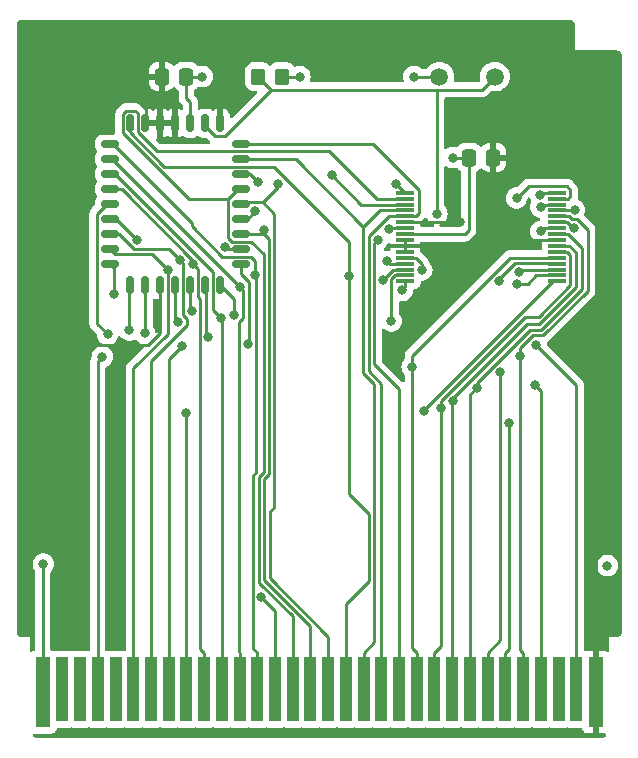
<source format=gbr>
%TF.GenerationSoftware,KiCad,Pcbnew,7.0.10*%
%TF.CreationDate,2024-03-23T21:53:34+01:00*%
%TF.ProjectId,gb-cart-sst39sf010,67622d63-6172-4742-9d73-737433397366,rev?*%
%TF.SameCoordinates,Original*%
%TF.FileFunction,Copper,L1,Top*%
%TF.FilePolarity,Positive*%
%FSLAX46Y46*%
G04 Gerber Fmt 4.6, Leading zero omitted, Abs format (unit mm)*
G04 Created by KiCad (PCBNEW 7.0.10) date 2024-03-23 21:53:34*
%MOMM*%
%LPD*%
G01*
G04 APERTURE LIST*
G04 Aperture macros list*
%AMRoundRect*
0 Rectangle with rounded corners*
0 $1 Rounding radius*
0 $2 $3 $4 $5 $6 $7 $8 $9 X,Y pos of 4 corners*
0 Add a 4 corners polygon primitive as box body*
4,1,4,$2,$3,$4,$5,$6,$7,$8,$9,$2,$3,0*
0 Add four circle primitives for the rounded corners*
1,1,$1+$1,$2,$3*
1,1,$1+$1,$4,$5*
1,1,$1+$1,$6,$7*
1,1,$1+$1,$8,$9*
0 Add four rect primitives between the rounded corners*
20,1,$1+$1,$2,$3,$4,$5,0*
20,1,$1+$1,$4,$5,$6,$7,0*
20,1,$1+$1,$6,$7,$8,$9,0*
20,1,$1+$1,$8,$9,$2,$3,0*%
G04 Aperture macros list end*
%TA.AperFunction,SMDPad,CuDef*%
%ADD10RoundRect,0.075000X-0.700000X-0.075000X0.700000X-0.075000X0.700000X0.075000X-0.700000X0.075000X0*%
%TD*%
%TA.AperFunction,SMDPad,CuDef*%
%ADD11RoundRect,0.250000X-0.337500X-0.475000X0.337500X-0.475000X0.337500X0.475000X-0.337500X0.475000X0*%
%TD*%
%TA.AperFunction,SMDPad,CuDef*%
%ADD12RoundRect,0.250000X0.337500X0.475000X-0.337500X0.475000X-0.337500X-0.475000X0.337500X-0.475000X0*%
%TD*%
%TA.AperFunction,ConnectorPad*%
%ADD13R,1.300000X6.000000*%
%TD*%
%TA.AperFunction,ConnectorPad*%
%ADD14R,1.000000X5.500000*%
%TD*%
%TA.AperFunction,SMDPad,CuDef*%
%ADD15RoundRect,0.250000X-0.350000X-0.450000X0.350000X-0.450000X0.350000X0.450000X-0.350000X0.450000X0*%
%TD*%
%TA.AperFunction,SMDPad,CuDef*%
%ADD16RoundRect,0.150000X-0.150000X-0.587500X0.150000X-0.587500X0.150000X0.587500X-0.150000X0.587500X0*%
%TD*%
%TA.AperFunction,SMDPad,CuDef*%
%ADD17RoundRect,0.150000X-0.587500X-0.150000X0.587500X-0.150000X0.587500X0.150000X-0.587500X0.150000X0*%
%TD*%
%TA.AperFunction,SMDPad,CuDef*%
%ADD18C,1.500000*%
%TD*%
%TA.AperFunction,ViaPad*%
%ADD19C,0.800000*%
%TD*%
%TA.AperFunction,Conductor*%
%ADD20C,0.250000*%
%TD*%
G04 APERTURE END LIST*
D10*
%TO.P,U3,1,A11*%
%TO.N,A11*%
X76379000Y-67624000D03*
%TO.P,U3,2,A9*%
%TO.N,A9*%
X76379000Y-68124000D03*
%TO.P,U3,3,A8*%
%TO.N,A8*%
X76379000Y-68624000D03*
%TO.P,U3,4,A13*%
%TO.N,A13*%
X76379000Y-69124000D03*
%TO.P,U3,5,A14*%
%TO.N,A14*%
X76379000Y-69624000D03*
%TO.P,U3,6,NC*%
%TO.N,GND*%
X76379000Y-70124000D03*
%TO.P,U3,7,PGM*%
%TO.N,WR*%
X76379000Y-70624000D03*
%TO.P,U3,8,VCC*%
%TO.N,VCC*%
X76379000Y-71124000D03*
%TO.P,U3,9,NC*%
%TO.N,GND*%
X76379000Y-71624000D03*
%TO.P,U3,10,A16*%
X76379000Y-72124000D03*
%TO.P,U3,11,A15*%
X76379000Y-72624000D03*
%TO.P,U3,12,A12*%
%TO.N,A12*%
X76379000Y-73124000D03*
%TO.P,U3,13,A7*%
%TO.N,A7*%
X76379000Y-73624000D03*
%TO.P,U3,14,A6*%
%TO.N,A6*%
X76379000Y-74124000D03*
%TO.P,U3,15,A5*%
%TO.N,A5*%
X76379000Y-74624000D03*
%TO.P,U3,16,A4*%
%TO.N,A4*%
X76379000Y-75124000D03*
%TO.P,U3,17,A3*%
%TO.N,A3*%
X89229000Y-75124000D03*
%TO.P,U3,18,A2*%
%TO.N,A2*%
X89229000Y-74624000D03*
%TO.P,U3,19,A1*%
%TO.N,A1*%
X89229000Y-74124000D03*
%TO.P,U3,20,A0*%
%TO.N,A0*%
X89229000Y-73624000D03*
%TO.P,U3,21,D0*%
%TO.N,D0*%
X89229000Y-73124000D03*
%TO.P,U3,22,D1*%
%TO.N,D1*%
X89229000Y-72624000D03*
%TO.P,U3,23,D2*%
%TO.N,D2*%
X89229000Y-72124000D03*
%TO.P,U3,24,GND*%
%TO.N,GND*%
X89229000Y-71624000D03*
%TO.P,U3,25,D3*%
%TO.N,D3*%
X89229000Y-71124000D03*
%TO.P,U3,26,D4*%
%TO.N,D4*%
X89229000Y-70624000D03*
%TO.P,U3,27,D5*%
%TO.N,D5*%
X89229000Y-70124000D03*
%TO.P,U3,28,D6*%
%TO.N,D6*%
X89229000Y-69624000D03*
%TO.P,U3,29,D7*%
%TO.N,D7*%
X89229000Y-69124000D03*
%TO.P,U3,30,CE*%
%TO.N,A15*%
X89229000Y-68624000D03*
%TO.P,U3,31,A10*%
%TO.N,A10*%
X89229000Y-68124000D03*
%TO.P,U3,32,OE*%
%TO.N,RD*%
X89229000Y-67624000D03*
%TD*%
D11*
%TO.P,C2,1*%
%TO.N,VCC*%
X81745000Y-64643000D03*
%TO.P,C2,2*%
%TO.N,GND*%
X83820000Y-64643000D03*
%TD*%
D12*
%TO.P,C1,1*%
%TO.N,VCC*%
X57806500Y-57785000D03*
%TO.P,C1,2*%
%TO.N,GND*%
X55731500Y-57785000D03*
%TD*%
D13*
%TO.P,U2,1,VCC*%
%TO.N,VCC*%
X45688000Y-109902000D03*
D14*
%TO.P,U2,2,CLK*%
%TO.N,unconnected-(U2-CLK-Pad2)*%
X47338000Y-109652000D03*
%TO.P,U2,3,WR*%
%TO.N,unconnected-(U2-WR-Pad3)*%
X48838000Y-109652000D03*
%TO.P,U2,4,RD*%
%TO.N,RD*%
X50338000Y-109652000D03*
%TO.P,U2,5,CS*%
%TO.N,unconnected-(U2-CS-Pad5)*%
X51838000Y-109652000D03*
%TO.P,U2,6,A0*%
%TO.N,A0*%
X53338000Y-109652000D03*
%TO.P,U2,7,A1*%
%TO.N,A1*%
X54838000Y-109652000D03*
%TO.P,U2,8,A2*%
%TO.N,A2*%
X56338000Y-109652000D03*
%TO.P,U2,9,A3*%
%TO.N,A3*%
X57838000Y-109652000D03*
%TO.P,U2,10,A4*%
%TO.N,A4*%
X59338000Y-109652000D03*
%TO.P,U2,11,A5*%
%TO.N,A5*%
X60838000Y-109652000D03*
%TO.P,U2,12,A6*%
%TO.N,A6*%
X62338000Y-109652000D03*
%TO.P,U2,13,A7*%
%TO.N,A7*%
X63838000Y-109652000D03*
%TO.P,U2,14,A8*%
%TO.N,A8*%
X65338000Y-109652000D03*
%TO.P,U2,15,A9*%
%TO.N,A9*%
X66838000Y-109652000D03*
%TO.P,U2,16,A10*%
%TO.N,A10*%
X68338000Y-109652000D03*
%TO.P,U2,17,A11*%
%TO.N,A11*%
X69838000Y-109652000D03*
%TO.P,U2,18,A12*%
%TO.N,A12*%
X71338000Y-109652000D03*
%TO.P,U2,19,A13*%
%TO.N,A13*%
X72838000Y-109652000D03*
%TO.P,U2,20,A14*%
%TO.N,A14*%
X74338000Y-109652000D03*
%TO.P,U2,21,A15*%
%TO.N,A15*%
X75838000Y-109652000D03*
%TO.P,U2,22,D0*%
%TO.N,D0*%
X77338000Y-109652000D03*
%TO.P,U2,23,D1*%
%TO.N,D1*%
X78838000Y-109652000D03*
%TO.P,U2,24,D2*%
%TO.N,D2*%
X80338000Y-109652000D03*
%TO.P,U2,25,D3*%
%TO.N,D3*%
X81838000Y-109652000D03*
%TO.P,U2,26,D4*%
%TO.N,D4*%
X83338000Y-109652000D03*
%TO.P,U2,27,D5*%
%TO.N,D5*%
X84838000Y-109652000D03*
%TO.P,U2,28,D6*%
%TO.N,D6*%
X86338000Y-109652000D03*
%TO.P,U2,29,D7*%
%TO.N,D7*%
X87838000Y-109652000D03*
%TO.P,U2,30,RESET*%
%TO.N,unconnected-(U2-RESET-Pad30)*%
X89338000Y-109652000D03*
%TO.P,U2,31,AUDIO*%
%TO.N,WR*%
X90838000Y-109652000D03*
D13*
%TO.P,U2,32,GND*%
%TO.N,GND*%
X92488000Y-109902000D03*
%TD*%
D15*
%TO.P,R1,1*%
%TO.N,WR*%
X63920500Y-57785000D03*
%TO.P,R1,2*%
%TO.N,VCC*%
X65920500Y-57785000D03*
%TD*%
D16*
%TO.P,U1,1,NC*%
%TO.N,GND*%
X56896000Y-61742500D03*
%TO.P,U1,2,A16*%
X55626000Y-61742500D03*
%TO.P,U1,3,A15*%
X54356000Y-61742500D03*
%TO.P,U1,4,A12*%
%TO.N,A12*%
X53086000Y-61742500D03*
D17*
%TO.P,U1,5,A7*%
%TO.N,A7*%
X51333500Y-63500000D03*
%TO.P,U1,6,A6*%
%TO.N,A6*%
X51333500Y-64770000D03*
%TO.P,U1,7,A5*%
%TO.N,A5*%
X51333500Y-66040000D03*
%TO.P,U1,8,A4*%
%TO.N,A4*%
X51333500Y-67310000D03*
%TO.P,U1,9,A3*%
%TO.N,A3*%
X51333500Y-68580000D03*
%TO.P,U1,10,A2*%
%TO.N,A2*%
X51333500Y-69850000D03*
%TO.P,U1,11,A1*%
%TO.N,A1*%
X51333500Y-71120000D03*
%TO.P,U1,12,A0*%
%TO.N,A0*%
X51333500Y-72390000D03*
%TO.P,U1,13,D0*%
%TO.N,D0*%
X51333500Y-73660000D03*
D16*
%TO.P,U1,14,D1*%
%TO.N,D1*%
X53086000Y-75417500D03*
%TO.P,U1,15,D2*%
%TO.N,D2*%
X54356000Y-75417500D03*
%TO.P,U1,16,GND*%
%TO.N,GND*%
X55626000Y-75417500D03*
%TO.P,U1,17,D3*%
%TO.N,D3*%
X56896000Y-75417500D03*
%TO.P,U1,18,D4*%
%TO.N,D4*%
X58166000Y-75417500D03*
%TO.P,U1,19,D5*%
%TO.N,D5*%
X59436000Y-75417500D03*
%TO.P,U1,20,D6*%
%TO.N,D6*%
X60706000Y-75417500D03*
D17*
%TO.P,U1,21,D7*%
%TO.N,D7*%
X62458500Y-73660000D03*
%TO.P,U1,22,CE*%
%TO.N,A15*%
X62458500Y-72390000D03*
%TO.P,U1,23,A10*%
%TO.N,A10*%
X62458500Y-71120000D03*
%TO.P,U1,24,OE*%
%TO.N,RD*%
X62458500Y-69850000D03*
%TO.P,U1,25,A11*%
%TO.N,A11*%
X62458500Y-68580000D03*
%TO.P,U1,26,A9*%
%TO.N,A9*%
X62458500Y-67310000D03*
%TO.P,U1,27,A8*%
%TO.N,A8*%
X62458500Y-66040000D03*
%TO.P,U1,28,A13*%
%TO.N,A13*%
X62458500Y-64770000D03*
%TO.P,U1,29,A14*%
%TO.N,A14*%
X62458500Y-63500000D03*
D16*
%TO.P,U1,30,NC*%
%TO.N,GND*%
X60706000Y-61742500D03*
%TO.P,U1,31,PGM*%
%TO.N,WR*%
X59436000Y-61742500D03*
%TO.P,U1,32,VCC*%
%TO.N,VCC*%
X58166000Y-61742500D03*
%TD*%
D18*
%TO.P,TP2,1,1*%
%TO.N,WR*%
X83947000Y-57785000D03*
%TD*%
%TO.P,TP1,1,1*%
%TO.N,VCC*%
X79248000Y-57785000D03*
%TD*%
D19*
%TO.N,A15*%
X61109200Y-72239200D03*
X74016000Y-71601100D03*
X87828900Y-68835500D03*
%TO.N,A12*%
X77755500Y-74164100D03*
X71632800Y-74629700D03*
%TO.N,A7*%
X63663500Y-74576300D03*
X74838400Y-73426200D03*
%TO.N,A6*%
X62378300Y-75602800D03*
X74444600Y-75020600D03*
%TO.N,A5*%
X60751200Y-78212300D03*
X75187500Y-78478700D03*
%TO.N,A4*%
X58410600Y-73655200D03*
X76095900Y-75877900D03*
%TO.N,A3*%
X57838000Y-86286300D03*
X51156000Y-79604300D03*
X77974500Y-86074200D03*
%TO.N,A2*%
X57433200Y-80592700D03*
X53641800Y-71636400D03*
X85819400Y-75360800D03*
%TO.N,A1*%
X57250200Y-73286100D03*
X85998800Y-74336900D03*
%TO.N,A0*%
X56260900Y-74203500D03*
X84288500Y-75094600D03*
%TO.N,D0*%
X51738400Y-76230500D03*
X76953800Y-82357800D03*
%TO.N,D1*%
X79407500Y-85827500D03*
X52995700Y-79249600D03*
%TO.N,D2*%
X54304700Y-79532800D03*
X80411800Y-85266000D03*
%TO.N,D3*%
X57088100Y-78558100D03*
X82410400Y-84126400D03*
%TO.N,D4*%
X84411100Y-82808600D03*
X58274500Y-77649300D03*
X87844800Y-70872100D03*
%TO.N,D5*%
X90653800Y-70605000D03*
X85160800Y-87142100D03*
X59698900Y-79857700D03*
%TO.N,D6*%
X61902900Y-77954300D03*
X86088500Y-81433500D03*
%TO.N,D7*%
X63006700Y-80406800D03*
X87348100Y-83897500D03*
X90701100Y-69071300D03*
%TO.N,A10*%
X64388600Y-70817400D03*
X85787300Y-68077700D03*
%TO.N,RD*%
X63679100Y-69189600D03*
X87803100Y-67814100D03*
X50713200Y-81492300D03*
%TO.N,A11*%
X65613000Y-66887700D03*
X75603600Y-66848600D03*
%TO.N,A8*%
X63873300Y-66708700D03*
X70184600Y-66155200D03*
X64170600Y-101853600D03*
%TO.N,WR*%
X87438600Y-80474400D03*
X74994000Y-70731200D03*
X79032100Y-69382100D03*
%TO.N,VCC*%
X67437000Y-57785000D03*
X80391000Y-64643000D03*
X77089000Y-57785000D03*
X45720000Y-99060000D03*
X93472000Y-99187000D03*
X59182000Y-57785000D03*
%TO.N,GND*%
X83820000Y-69977000D03*
X81020000Y-70104000D03*
%TD*%
D20*
%TO.N,A15*%
X61260000Y-72390000D02*
X61109200Y-72239200D01*
X62458500Y-72390000D02*
X61260000Y-72390000D01*
X75838000Y-84270400D02*
X75838000Y-109652000D01*
X73717800Y-82150200D02*
X75838000Y-84270400D01*
X73717800Y-71899300D02*
X73717800Y-82150200D01*
X74016000Y-71601100D02*
X73717800Y-71899300D01*
X88040400Y-68624000D02*
X89229000Y-68624000D01*
X87828900Y-68835500D02*
X88040400Y-68624000D01*
%TO.N,A14*%
X74338000Y-109652000D02*
X74338000Y-106576700D01*
X73630900Y-63500000D02*
X62458500Y-63500000D01*
X77502700Y-67371800D02*
X73630900Y-63500000D01*
X77502700Y-69371900D02*
X77502700Y-67371800D01*
X77250600Y-69624000D02*
X77502700Y-69371900D01*
X76379000Y-69624000D02*
X77250600Y-69624000D01*
X74337900Y-106576700D02*
X74338000Y-106576700D01*
X74337900Y-83800100D02*
X74337900Y-106576700D01*
X73267200Y-82729400D02*
X74337900Y-83800100D01*
X73267200Y-71319100D02*
X73267200Y-82729400D01*
X74962300Y-69624000D02*
X73267200Y-71319100D01*
X76379000Y-69624000D02*
X74962300Y-69624000D01*
%TO.N,A12*%
X77755500Y-73646000D02*
X77755500Y-74164100D01*
X77233500Y-73124000D02*
X77755500Y-73646000D01*
X76379000Y-73124000D02*
X77233500Y-73124000D01*
X71632800Y-93146900D02*
X71632800Y-74629700D01*
X73287600Y-94801700D02*
X71632800Y-93146900D01*
X73287600Y-100510200D02*
X73287600Y-94801700D01*
X71338000Y-102459800D02*
X73287600Y-100510200D01*
X71338000Y-109652000D02*
X71338000Y-102459800D01*
X71632800Y-71796300D02*
X71632800Y-74629700D01*
X65241400Y-65404900D02*
X71632800Y-71796300D01*
X55970800Y-65404900D02*
X65241400Y-65404900D01*
X53086000Y-62520100D02*
X55970800Y-65404900D01*
X53086000Y-61742500D02*
X53086000Y-62520100D01*
%TO.N,A7*%
X63838000Y-109652000D02*
X63838000Y-106576700D01*
X75036200Y-73624000D02*
X74838400Y-73426200D01*
X76379000Y-73624000D02*
X75036200Y-73624000D01*
X63748300Y-74661100D02*
X63663500Y-74576300D01*
X63748300Y-91290700D02*
X63748300Y-74661100D01*
X63429100Y-91609900D02*
X63748300Y-91290700D01*
X63429100Y-106167800D02*
X63429100Y-91609900D01*
X63838000Y-106576700D02*
X63429100Y-106167800D01*
X63663500Y-73392000D02*
X63663500Y-74576300D01*
X63296600Y-73025100D02*
X63663500Y-73392000D01*
X60828100Y-73025100D02*
X63296600Y-73025100D01*
X58278100Y-70475100D02*
X60828100Y-73025100D01*
X58278100Y-70189700D02*
X58278100Y-70475100D01*
X51588400Y-63500000D02*
X58278100Y-70189700D01*
X51333500Y-63500000D02*
X51588400Y-63500000D01*
%TO.N,A6*%
X62338000Y-109652000D02*
X62338000Y-106576700D01*
X75341200Y-74124000D02*
X76379000Y-74124000D01*
X74444600Y-75020600D02*
X75341200Y-74124000D01*
X51545500Y-64770000D02*
X62378300Y-75602800D01*
X51333500Y-64770000D02*
X51545500Y-64770000D01*
X62628200Y-75852700D02*
X62378300Y-75602800D01*
X62628200Y-78254800D02*
X62628200Y-75852700D01*
X62277800Y-78605200D02*
X62628200Y-78254800D01*
X62277800Y-106516500D02*
X62277800Y-78605200D01*
X62338000Y-106576700D02*
X62277800Y-106516500D01*
%TO.N,A5*%
X60838000Y-109652000D02*
X60838000Y-106576700D01*
X60838000Y-78299100D02*
X60751200Y-78212300D01*
X60838000Y-106576700D02*
X60838000Y-78299100D01*
X75187500Y-74931300D02*
X75187500Y-78478700D01*
X75494800Y-74624000D02*
X75187500Y-74931300D01*
X76379000Y-74624000D02*
X75494800Y-74624000D01*
X51821200Y-66040000D02*
X51333500Y-66040000D01*
X60070800Y-74289600D02*
X51821200Y-66040000D01*
X60070800Y-77531900D02*
X60070800Y-74289600D01*
X60751200Y-78212300D02*
X60070800Y-77531900D01*
%TO.N,A4*%
X59338000Y-109652000D02*
X59338000Y-106576700D01*
X76379000Y-75594800D02*
X76095900Y-75877900D01*
X76379000Y-75124000D02*
X76379000Y-75594800D01*
X58410600Y-73368100D02*
X58410600Y-73655200D01*
X52352500Y-67310000D02*
X58410600Y-73368100D01*
X51333500Y-67310000D02*
X52352500Y-67310000D01*
X58973600Y-106212300D02*
X59338000Y-106576700D01*
X58973600Y-79557300D02*
X58973600Y-106212300D01*
X59023600Y-79507300D02*
X58973600Y-79557300D01*
X59023600Y-76624900D02*
X59023600Y-79507300D01*
X58806100Y-76407400D02*
X59023600Y-76624900D01*
X58806100Y-74050700D02*
X58806100Y-76407400D01*
X58410600Y-73655200D02*
X58806100Y-74050700D01*
%TO.N,A3*%
X57838000Y-109652000D02*
X57838000Y-86286300D01*
X88885800Y-75124000D02*
X89229000Y-75124000D01*
X77974500Y-86035300D02*
X88885800Y-75124000D01*
X77974500Y-86074200D02*
X77974500Y-86035300D01*
X50258300Y-78706600D02*
X51156000Y-79604300D01*
X50258300Y-69389200D02*
X50258300Y-78706600D01*
X51067500Y-68580000D02*
X50258300Y-69389200D01*
X51333500Y-68580000D02*
X51067500Y-68580000D01*
%TO.N,A2*%
X56338000Y-81687900D02*
X56338000Y-109652000D01*
X57433200Y-80592700D02*
X56338000Y-81687900D01*
X87460700Y-74624000D02*
X89229000Y-74624000D01*
X86723900Y-75360800D02*
X87460700Y-74624000D01*
X85819400Y-75360800D02*
X86723900Y-75360800D01*
X51855400Y-69850000D02*
X53641800Y-71636400D01*
X51333500Y-69850000D02*
X51855400Y-69850000D01*
%TO.N,A1*%
X86211700Y-74124000D02*
X89229000Y-74124000D01*
X85998800Y-74336900D02*
X86211700Y-74124000D01*
X56354600Y-72390500D02*
X57250200Y-73286100D01*
X53370200Y-72390500D02*
X56354600Y-72390500D01*
X52099700Y-71120000D02*
X53370200Y-72390500D01*
X51333500Y-71120000D02*
X52099700Y-71120000D01*
X54838000Y-81836000D02*
X54838000Y-109652000D01*
X57857000Y-78817000D02*
X54838000Y-81836000D01*
X57857000Y-78271200D02*
X57857000Y-78817000D01*
X57530900Y-77945100D02*
X57857000Y-78271200D01*
X57530900Y-73566800D02*
X57530900Y-77945100D01*
X57250200Y-73286100D02*
X57530900Y-73566800D01*
%TO.N,A0*%
X56260900Y-79548200D02*
X56260900Y-74203500D01*
X53338000Y-82471100D02*
X56260900Y-79548200D01*
X53338000Y-109652000D02*
X53338000Y-82471100D01*
X54898200Y-72840800D02*
X56260900Y-74203500D01*
X51784300Y-72840800D02*
X54898200Y-72840800D01*
X51333500Y-72390000D02*
X51784300Y-72840800D01*
X84288500Y-74954700D02*
X84288500Y-75094600D01*
X85631600Y-73611600D02*
X84288500Y-74954700D01*
X89216600Y-73611600D02*
X85631600Y-73611600D01*
X89229000Y-73624000D02*
X89216600Y-73611600D01*
%TO.N,D0*%
X77338000Y-109652000D02*
X77338000Y-106576700D01*
X51738400Y-74064900D02*
X51738400Y-76230500D01*
X51333500Y-73660000D02*
X51738400Y-74064900D01*
X76953800Y-106192500D02*
X77338000Y-106576700D01*
X76953800Y-82357800D02*
X76953800Y-106192500D01*
X76953800Y-81403600D02*
X76953800Y-82357800D01*
X85233400Y-73124000D02*
X76953800Y-81403600D01*
X89229000Y-73124000D02*
X85233400Y-73124000D01*
%TO.N,D1*%
X78838000Y-109652000D02*
X78838000Y-106576700D01*
X79407500Y-106007200D02*
X78838000Y-106576700D01*
X79407500Y-85827500D02*
X79407500Y-106007200D01*
X52995700Y-75507800D02*
X52995700Y-79249600D01*
X53086000Y-75417500D02*
X52995700Y-75507800D01*
X79407500Y-85244600D02*
X79407500Y-85827500D01*
X86541700Y-78110400D02*
X79407500Y-85244600D01*
X87655100Y-78110400D02*
X86541700Y-78110400D01*
X90340200Y-75425300D02*
X87655100Y-78110400D01*
X90340200Y-72876400D02*
X90340200Y-75425300D01*
X90087800Y-72624000D02*
X90340200Y-72876400D01*
X89229000Y-72624000D02*
X90087800Y-72624000D01*
%TO.N,D2*%
X54356000Y-79481500D02*
X54304700Y-79532800D01*
X54356000Y-75417500D02*
X54356000Y-79481500D01*
X80338000Y-85339800D02*
X80411800Y-85266000D01*
X80338000Y-109652000D02*
X80338000Y-85339800D01*
X80411800Y-84997100D02*
X80411800Y-85266000D01*
X86642400Y-78766500D02*
X80411800Y-84997100D01*
X87655200Y-78766500D02*
X86642400Y-78766500D01*
X90811000Y-75610700D02*
X87655200Y-78766500D01*
X90811000Y-72670400D02*
X90811000Y-75610700D01*
X90264600Y-72124000D02*
X90811000Y-72670400D01*
X89229000Y-72124000D02*
X90264600Y-72124000D01*
%TO.N,D3*%
X56896000Y-78366000D02*
X57088100Y-78558100D01*
X56896000Y-75417500D02*
X56896000Y-78366000D01*
X81838000Y-109652000D02*
X81838000Y-106576700D01*
X81838000Y-84698800D02*
X81838000Y-106576700D01*
X82410400Y-84126400D02*
X81838000Y-84698800D01*
X82410400Y-83758100D02*
X82410400Y-84126400D01*
X86932300Y-79236200D02*
X82410400Y-83758100D01*
X87822500Y-79236200D02*
X86932300Y-79236200D01*
X91319100Y-75739600D02*
X87822500Y-79236200D01*
X91319100Y-72302600D02*
X91319100Y-75739600D01*
X90140500Y-71124000D02*
X91319100Y-72302600D01*
X89229000Y-71124000D02*
X90140500Y-71124000D01*
%TO.N,D4*%
X83338000Y-109652000D02*
X83338000Y-106576700D01*
X58166000Y-77540800D02*
X58274500Y-77649300D01*
X58166000Y-75417500D02*
X58166000Y-77540800D01*
X88092900Y-70624000D02*
X87844800Y-70872100D01*
X89229000Y-70624000D02*
X88092900Y-70624000D01*
X84411100Y-105503600D02*
X84411100Y-82808600D01*
X83338000Y-106576700D02*
X84411100Y-105503600D01*
%TO.N,D5*%
X84838000Y-109652000D02*
X84838000Y-106576700D01*
X85160800Y-106253900D02*
X85160800Y-87142100D01*
X84838000Y-106576700D02*
X85160800Y-106253900D01*
X90569700Y-70605000D02*
X90653800Y-70605000D01*
X90088700Y-70124000D02*
X90569700Y-70605000D01*
X89229000Y-70124000D02*
X90088700Y-70124000D01*
X59474000Y-79632800D02*
X59698900Y-79857700D01*
X59474000Y-75455500D02*
X59474000Y-79632800D01*
X59436000Y-75417500D02*
X59474000Y-75455500D01*
%TO.N,D6*%
X86338000Y-109652000D02*
X86338000Y-106576700D01*
X86088500Y-80798800D02*
X86088500Y-81433500D01*
X87200800Y-79686500D02*
X86088500Y-80798800D01*
X88061900Y-79686500D02*
X87200800Y-79686500D01*
X91821900Y-75926500D02*
X88061900Y-79686500D01*
X91821900Y-70747300D02*
X91821900Y-75926500D01*
X90923900Y-69849300D02*
X91821900Y-70747300D01*
X90450900Y-69849300D02*
X90923900Y-69849300D01*
X90225600Y-69624000D02*
X90450900Y-69849300D01*
X89229000Y-69624000D02*
X90225600Y-69624000D01*
X86088500Y-106327200D02*
X86338000Y-106576700D01*
X86088500Y-81433500D02*
X86088500Y-106327200D01*
X61902900Y-76614400D02*
X61902900Y-77954300D01*
X60706000Y-75417500D02*
X61902900Y-76614400D01*
%TO.N,D7*%
X87838000Y-84387400D02*
X87348100Y-83897500D01*
X87838000Y-109652000D02*
X87838000Y-84387400D01*
X90648400Y-69124000D02*
X89229000Y-69124000D01*
X90701100Y-69071300D02*
X90648400Y-69124000D01*
X63123300Y-80290200D02*
X63006700Y-80406800D01*
X63123300Y-75161900D02*
X63123300Y-80290200D01*
X62458500Y-74497100D02*
X63123300Y-75161900D01*
X62458500Y-73660000D02*
X62458500Y-74497100D01*
%TO.N,A10*%
X62503700Y-71074800D02*
X62458500Y-71120000D01*
X64388600Y-71074800D02*
X62503700Y-71074800D01*
X64839100Y-71525300D02*
X64388600Y-71074800D01*
X64839100Y-91473700D02*
X64839100Y-71525300D01*
X64435500Y-91877300D02*
X64839100Y-91473700D01*
X64435500Y-100442700D02*
X64435500Y-91877300D01*
X68338000Y-104345200D02*
X64435500Y-100442700D01*
X68338000Y-109652000D02*
X68338000Y-104345200D01*
X86803300Y-67061700D02*
X85787300Y-68077700D01*
X90035300Y-67061700D02*
X86803300Y-67061700D01*
X90341600Y-67368000D02*
X90035300Y-67061700D01*
X90341600Y-67930800D02*
X90341600Y-67368000D01*
X90148400Y-68124000D02*
X90341600Y-67930800D01*
X89229000Y-68124000D02*
X90148400Y-68124000D01*
X64388600Y-71074800D02*
X64388600Y-70817400D01*
%TO.N,RD*%
X63018700Y-69850000D02*
X63679100Y-69189600D01*
X62458500Y-69850000D02*
X63018700Y-69850000D01*
X87993200Y-67624000D02*
X87803100Y-67814100D01*
X89229000Y-67624000D02*
X87993200Y-67624000D01*
X50338000Y-81867500D02*
X50713200Y-81492300D01*
X50338000Y-109652000D02*
X50338000Y-81867500D01*
%TO.N,A11*%
X75603600Y-66848600D02*
X76379000Y-67624000D01*
X65613000Y-67127100D02*
X65613000Y-66887700D01*
X64317600Y-68422500D02*
X65613000Y-67127100D01*
X62616000Y-68422500D02*
X62458500Y-68580000D01*
X64317600Y-68422500D02*
X62616000Y-68422500D01*
X65289400Y-69394300D02*
X64317600Y-68422500D01*
X65289400Y-94263000D02*
X65289400Y-69394300D01*
X64885900Y-94666500D02*
X65289400Y-94263000D01*
X64885900Y-100256200D02*
X64885900Y-94666500D01*
X69838000Y-105208300D02*
X64885900Y-100256200D01*
X69838000Y-109652000D02*
X69838000Y-105208300D01*
%TO.N,A9*%
X73938600Y-68124000D02*
X76379000Y-68124000D01*
X69942600Y-64128000D02*
X73938600Y-68124000D01*
X55330800Y-64128000D02*
X69942600Y-64128000D01*
X53720800Y-62518000D02*
X55330800Y-64128000D01*
X53720800Y-60910300D02*
X53720800Y-62518000D01*
X53477900Y-60667400D02*
X53720800Y-60910300D01*
X52748400Y-60667400D02*
X53477900Y-60667400D01*
X52449900Y-60965900D02*
X52748400Y-60667400D01*
X52449900Y-62539000D02*
X52449900Y-60965900D01*
X58051000Y-68140100D02*
X52449900Y-62539000D01*
X61347700Y-68140100D02*
X58051000Y-68140100D01*
X61347700Y-71447900D02*
X61347700Y-68140100D01*
X61654800Y-71755000D02*
X61347700Y-71447900D01*
X63296600Y-71755000D02*
X61654800Y-71755000D01*
X64388800Y-72847200D02*
X63296600Y-71755000D01*
X64388800Y-91287100D02*
X64388800Y-72847200D01*
X63985000Y-91690900D02*
X64388800Y-91287100D01*
X63985000Y-100642200D02*
X63985000Y-91690900D01*
X66838000Y-103495200D02*
X63985000Y-100642200D01*
X66838000Y-109652000D02*
X66838000Y-103495200D01*
X62177800Y-67310000D02*
X62458500Y-67310000D01*
X61347700Y-68140100D02*
X62177800Y-67310000D01*
%TO.N,A8*%
X63204600Y-66040000D02*
X63873300Y-66708700D01*
X62458500Y-66040000D02*
X63204600Y-66040000D01*
X72653400Y-68624000D02*
X76379000Y-68624000D01*
X70184600Y-66155200D02*
X72653400Y-68624000D01*
X65338000Y-103021000D02*
X65338000Y-109652000D01*
X64170600Y-101853600D02*
X65338000Y-103021000D01*
%TO.N,A13*%
X72838000Y-109652000D02*
X72838000Y-106576700D01*
X67080100Y-64770000D02*
X62458500Y-64770000D01*
X72816900Y-70506800D02*
X67080100Y-64770000D01*
X74199700Y-69124000D02*
X72816900Y-70506800D01*
X76379000Y-69124000D02*
X74199700Y-69124000D01*
X73737900Y-105676800D02*
X72838000Y-106576700D01*
X73737900Y-83837100D02*
X73737900Y-105676800D01*
X72816900Y-82916100D02*
X73737900Y-83837100D01*
X72816900Y-70506800D02*
X72816900Y-82916100D01*
%TO.N,WR*%
X90838000Y-109652000D02*
X90838000Y-106576700D01*
X75101200Y-70624000D02*
X74994000Y-70731200D01*
X76379000Y-70624000D02*
X75101200Y-70624000D01*
X90838000Y-83873800D02*
X87438600Y-80474400D01*
X90838000Y-106576700D02*
X90838000Y-83873800D01*
X82844300Y-58887700D02*
X79032100Y-58887700D01*
X83947000Y-57785000D02*
X82844300Y-58887700D01*
X79032100Y-58887700D02*
X79032100Y-69382100D01*
X61061700Y-62849200D02*
X65023200Y-58887700D01*
X60276800Y-62849200D02*
X61061700Y-62849200D01*
X59436000Y-62008400D02*
X60276800Y-62849200D01*
X59436000Y-61742500D02*
X59436000Y-62008400D01*
X79032100Y-58887700D02*
X65023200Y-58887700D01*
X65023200Y-58887700D02*
X63920500Y-57785000D01*
%TO.N,VCC*%
X81403000Y-71124000D02*
X76379000Y-71124000D01*
X81745000Y-70782000D02*
X81403000Y-71124000D01*
X81745000Y-64643000D02*
X81745000Y-70782000D01*
X65920500Y-57785000D02*
X67437000Y-57785000D01*
X81745000Y-64643000D02*
X80391000Y-64643000D01*
X79248000Y-57785000D02*
X77089000Y-57785000D01*
X45688000Y-99092000D02*
X45720000Y-99060000D01*
X45688000Y-109902000D02*
X45688000Y-99092000D01*
X57806500Y-57785000D02*
X59182000Y-57785000D01*
X58166000Y-59944000D02*
X58166000Y-61742500D01*
X57806500Y-59584500D02*
X58166000Y-59944000D01*
X57806500Y-57785000D02*
X57806500Y-59584500D01*
%TO.N,GND*%
X83693000Y-72124000D02*
X76379000Y-72124000D01*
X83820000Y-71997000D02*
X83693000Y-72124000D01*
X83820000Y-71501000D02*
X83820000Y-71997000D01*
X83820000Y-71501000D02*
X83820000Y-69977000D01*
X83943000Y-71624000D02*
X83820000Y-71501000D01*
X89229000Y-71624000D02*
X83943000Y-71624000D01*
X81000000Y-70124000D02*
X81020000Y-70104000D01*
X76379000Y-70124000D02*
X81000000Y-70124000D01*
X55858500Y-56261000D02*
X55731500Y-56134000D01*
X59817000Y-56261000D02*
X55858500Y-56261000D01*
X60706000Y-57150000D02*
X59817000Y-56261000D01*
X60706000Y-61742500D02*
X60706000Y-57150000D01*
X55626000Y-61742500D02*
X56896000Y-61742500D01*
X54356000Y-61742500D02*
X55626000Y-61742500D01*
X55626000Y-60198000D02*
X55626000Y-61742500D01*
X55731500Y-60092500D02*
X55626000Y-60198000D01*
X55731500Y-57785000D02*
X55731500Y-60092500D01*
X83820000Y-64643000D02*
X83820000Y-69977000D01*
X76379000Y-72124000D02*
X76379000Y-71624000D01*
X76379000Y-72624000D02*
X76379000Y-72124000D01*
X55626000Y-79502000D02*
X55626000Y-75417500D01*
X54610000Y-80518000D02*
X55626000Y-79502000D01*
X47879000Y-80518000D02*
X54610000Y-80518000D01*
X46609000Y-79248000D02*
X47879000Y-80518000D01*
X46609000Y-58166000D02*
X46609000Y-79248000D01*
X49911000Y-54864000D02*
X46609000Y-58166000D01*
X56515000Y-54864000D02*
X49911000Y-54864000D01*
X56769000Y-54864000D02*
X56515000Y-54864000D01*
X55731500Y-55647500D02*
X55731500Y-56134000D01*
X56515000Y-54864000D02*
X55731500Y-55647500D01*
X88392000Y-54864000D02*
X56769000Y-54864000D01*
X92488000Y-58960000D02*
X88392000Y-54864000D01*
X92488000Y-65183000D02*
X92488000Y-58960000D01*
X92488000Y-109902000D02*
X92488000Y-65183000D01*
X91948000Y-64643000D02*
X83820000Y-64643000D01*
X92488000Y-65183000D02*
X91948000Y-64643000D01*
X56769000Y-54864000D02*
X56515000Y-54864000D01*
X55731500Y-56134000D02*
X55731500Y-57785000D01*
%TD*%
%TA.AperFunction,Conductor*%
%TO.N,GND*%
G36*
X90296059Y-52978561D02*
G01*
X90381682Y-52989833D01*
X90412949Y-52998211D01*
X90458203Y-53016955D01*
X90485169Y-53028125D01*
X90513197Y-53044307D01*
X90575217Y-53091896D01*
X90598105Y-53114784D01*
X90645690Y-53176798D01*
X90661875Y-53204832D01*
X90691788Y-53277050D01*
X90700166Y-53308316D01*
X90711439Y-53393939D01*
X90712500Y-53410125D01*
X90712500Y-55456647D01*
X90710617Y-55478175D01*
X90708876Y-55488048D01*
X90710616Y-55497915D01*
X90711781Y-55511238D01*
X90713217Y-55519384D01*
X90716676Y-55532292D01*
X90718418Y-55542170D01*
X90721935Y-55548261D01*
X90726452Y-55553645D01*
X90735133Y-55558657D01*
X90752840Y-55571056D01*
X90760519Y-55577500D01*
X90767118Y-55579901D01*
X90774045Y-55581122D01*
X90774048Y-55581124D01*
X90783918Y-55579383D01*
X90805448Y-55577500D01*
X94263469Y-55577500D01*
X94279874Y-55577500D01*
X94296059Y-55578561D01*
X94381682Y-55589833D01*
X94412949Y-55598211D01*
X94458203Y-55616955D01*
X94485169Y-55628125D01*
X94513197Y-55644307D01*
X94575217Y-55691896D01*
X94598105Y-55714784D01*
X94645690Y-55776798D01*
X94661875Y-55804832D01*
X94691788Y-55877050D01*
X94700166Y-55908316D01*
X94711439Y-55993939D01*
X94712500Y-56010125D01*
X94712500Y-104793874D01*
X94711439Y-104810060D01*
X94700166Y-104895683D01*
X94691788Y-104926949D01*
X94661875Y-104999167D01*
X94645690Y-105027201D01*
X94598105Y-105089215D01*
X94575215Y-105112105D01*
X94513201Y-105159690D01*
X94485167Y-105175875D01*
X94412949Y-105205788D01*
X94381683Y-105214166D01*
X94306253Y-105224097D01*
X94296058Y-105225439D01*
X94279874Y-105226500D01*
X93733352Y-105226500D01*
X93711818Y-105224616D01*
X93701952Y-105222876D01*
X93701951Y-105222876D01*
X93698217Y-105223534D01*
X93692081Y-105224616D01*
X93678767Y-105225781D01*
X93670620Y-105227217D01*
X93657711Y-105230675D01*
X93647827Y-105232418D01*
X93641740Y-105235932D01*
X93636354Y-105240452D01*
X93631338Y-105249139D01*
X93618949Y-105266832D01*
X93612500Y-105274517D01*
X93610098Y-105281118D01*
X93608876Y-105288048D01*
X93610616Y-105297915D01*
X93612500Y-105319447D01*
X93612500Y-106384907D01*
X93592815Y-106451946D01*
X93540011Y-106497701D01*
X93470853Y-106507645D01*
X93414189Y-106484174D01*
X93380089Y-106458647D01*
X93380086Y-106458645D01*
X93245379Y-106408403D01*
X93245372Y-106408401D01*
X93185844Y-106402000D01*
X92738000Y-106402000D01*
X92738000Y-113402000D01*
X93185828Y-113402000D01*
X93185841Y-113401999D01*
X93242482Y-113395909D01*
X93311242Y-113408313D01*
X93362380Y-113455923D01*
X93379660Y-113523622D01*
X93357596Y-113589917D01*
X93334404Y-113615051D01*
X93255508Y-113679799D01*
X93235296Y-113693304D01*
X93114295Y-113757980D01*
X93091837Y-113767283D01*
X92960537Y-113807112D01*
X92936697Y-113811854D01*
X92832220Y-113822144D01*
X92794060Y-113825903D01*
X92781907Y-113826500D01*
X45394093Y-113826500D01*
X45381939Y-113825903D01*
X45321875Y-113819987D01*
X45239302Y-113811854D01*
X45215462Y-113807112D01*
X45084162Y-113767283D01*
X45061704Y-113757980D01*
X44940703Y-113693304D01*
X44920491Y-113679799D01*
X44853636Y-113624932D01*
X44814302Y-113567186D01*
X44812431Y-113497341D01*
X44848619Y-113437573D01*
X44911375Y-113406857D01*
X44945553Y-113405790D01*
X44986111Y-113410150D01*
X44989352Y-113410499D01*
X44989362Y-113410500D01*
X46386638Y-113410500D01*
X46386654Y-113410499D01*
X46413692Y-113407591D01*
X46447201Y-113403989D01*
X46452537Y-113401999D01*
X46469703Y-113395596D01*
X46584204Y-113352889D01*
X46701261Y-113265261D01*
X46788889Y-113148204D01*
X46839989Y-113011201D01*
X46839989Y-113011195D01*
X46841220Y-113005992D01*
X46875790Y-112945274D01*
X46937698Y-112912884D01*
X46961898Y-112910500D01*
X47886638Y-112910500D01*
X47886654Y-112910499D01*
X47947201Y-112903989D01*
X48044666Y-112867636D01*
X48114357Y-112862652D01*
X48131334Y-112867636D01*
X48228798Y-112903989D01*
X48289345Y-112910499D01*
X48289362Y-112910500D01*
X49386638Y-112910500D01*
X49386654Y-112910499D01*
X49447201Y-112903989D01*
X49544666Y-112867636D01*
X49614357Y-112862652D01*
X49631334Y-112867636D01*
X49728798Y-112903989D01*
X49789345Y-112910499D01*
X49789362Y-112910500D01*
X50886638Y-112910500D01*
X50886654Y-112910499D01*
X50947201Y-112903989D01*
X51044666Y-112867636D01*
X51114357Y-112862652D01*
X51131334Y-112867636D01*
X51228798Y-112903989D01*
X51289345Y-112910499D01*
X51289362Y-112910500D01*
X52386638Y-112910500D01*
X52386654Y-112910499D01*
X52447201Y-112903989D01*
X52544666Y-112867636D01*
X52614357Y-112862652D01*
X52631334Y-112867636D01*
X52728798Y-112903989D01*
X52789345Y-112910499D01*
X52789362Y-112910500D01*
X53886638Y-112910500D01*
X53886654Y-112910499D01*
X53947201Y-112903989D01*
X54044666Y-112867636D01*
X54114357Y-112862652D01*
X54131334Y-112867636D01*
X54228798Y-112903989D01*
X54289345Y-112910499D01*
X54289362Y-112910500D01*
X55386638Y-112910500D01*
X55386654Y-112910499D01*
X55447201Y-112903989D01*
X55544666Y-112867636D01*
X55614357Y-112862652D01*
X55631334Y-112867636D01*
X55728798Y-112903989D01*
X55789345Y-112910499D01*
X55789362Y-112910500D01*
X56886638Y-112910500D01*
X56886654Y-112910499D01*
X56947201Y-112903989D01*
X57044666Y-112867636D01*
X57114357Y-112862652D01*
X57131334Y-112867636D01*
X57228798Y-112903989D01*
X57289345Y-112910499D01*
X57289362Y-112910500D01*
X58386638Y-112910500D01*
X58386654Y-112910499D01*
X58447201Y-112903989D01*
X58544666Y-112867636D01*
X58614357Y-112862652D01*
X58631334Y-112867636D01*
X58728798Y-112903989D01*
X58789345Y-112910499D01*
X58789362Y-112910500D01*
X59886638Y-112910500D01*
X59886654Y-112910499D01*
X59947201Y-112903989D01*
X60044666Y-112867636D01*
X60114357Y-112862652D01*
X60131334Y-112867636D01*
X60228798Y-112903989D01*
X60289345Y-112910499D01*
X60289362Y-112910500D01*
X61386638Y-112910500D01*
X61386654Y-112910499D01*
X61447201Y-112903989D01*
X61544666Y-112867636D01*
X61614357Y-112862652D01*
X61631334Y-112867636D01*
X61728798Y-112903989D01*
X61789345Y-112910499D01*
X61789362Y-112910500D01*
X62886638Y-112910500D01*
X62886654Y-112910499D01*
X62947201Y-112903989D01*
X63044666Y-112867636D01*
X63114357Y-112862652D01*
X63131334Y-112867636D01*
X63228798Y-112903989D01*
X63289345Y-112910499D01*
X63289362Y-112910500D01*
X64386638Y-112910500D01*
X64386654Y-112910499D01*
X64447201Y-112903989D01*
X64544666Y-112867636D01*
X64614357Y-112862652D01*
X64631334Y-112867636D01*
X64728798Y-112903989D01*
X64789345Y-112910499D01*
X64789362Y-112910500D01*
X65886638Y-112910500D01*
X65886654Y-112910499D01*
X65947201Y-112903989D01*
X66044666Y-112867636D01*
X66114357Y-112862652D01*
X66131334Y-112867636D01*
X66228798Y-112903989D01*
X66289345Y-112910499D01*
X66289362Y-112910500D01*
X67386638Y-112910500D01*
X67386654Y-112910499D01*
X67447201Y-112903989D01*
X67544666Y-112867636D01*
X67614357Y-112862652D01*
X67631334Y-112867636D01*
X67728798Y-112903989D01*
X67789345Y-112910499D01*
X67789362Y-112910500D01*
X68886638Y-112910500D01*
X68886654Y-112910499D01*
X68947201Y-112903989D01*
X69044666Y-112867636D01*
X69114357Y-112862652D01*
X69131334Y-112867636D01*
X69228798Y-112903989D01*
X69289345Y-112910499D01*
X69289362Y-112910500D01*
X70386638Y-112910500D01*
X70386654Y-112910499D01*
X70447201Y-112903989D01*
X70544666Y-112867636D01*
X70614357Y-112862652D01*
X70631334Y-112867636D01*
X70728798Y-112903989D01*
X70789345Y-112910499D01*
X70789362Y-112910500D01*
X71886638Y-112910500D01*
X71886654Y-112910499D01*
X71947201Y-112903989D01*
X72044666Y-112867636D01*
X72114357Y-112862652D01*
X72131334Y-112867636D01*
X72228798Y-112903989D01*
X72289345Y-112910499D01*
X72289362Y-112910500D01*
X73386638Y-112910500D01*
X73386654Y-112910499D01*
X73447201Y-112903989D01*
X73544666Y-112867636D01*
X73614357Y-112862652D01*
X73631334Y-112867636D01*
X73728798Y-112903989D01*
X73789345Y-112910499D01*
X73789362Y-112910500D01*
X74886638Y-112910500D01*
X74886654Y-112910499D01*
X74947201Y-112903989D01*
X75044666Y-112867636D01*
X75114357Y-112862652D01*
X75131334Y-112867636D01*
X75228798Y-112903989D01*
X75289345Y-112910499D01*
X75289362Y-112910500D01*
X76386638Y-112910500D01*
X76386654Y-112910499D01*
X76447201Y-112903989D01*
X76544666Y-112867636D01*
X76614357Y-112862652D01*
X76631334Y-112867636D01*
X76728798Y-112903989D01*
X76789345Y-112910499D01*
X76789362Y-112910500D01*
X77886638Y-112910500D01*
X77886654Y-112910499D01*
X77947201Y-112903989D01*
X78044666Y-112867636D01*
X78114357Y-112862652D01*
X78131334Y-112867636D01*
X78228798Y-112903989D01*
X78289345Y-112910499D01*
X78289362Y-112910500D01*
X79386638Y-112910500D01*
X79386654Y-112910499D01*
X79447201Y-112903989D01*
X79544666Y-112867636D01*
X79614357Y-112862652D01*
X79631334Y-112867636D01*
X79728798Y-112903989D01*
X79789345Y-112910499D01*
X79789362Y-112910500D01*
X80886638Y-112910500D01*
X80886654Y-112910499D01*
X80947201Y-112903989D01*
X81044666Y-112867636D01*
X81114357Y-112862652D01*
X81131334Y-112867636D01*
X81228798Y-112903989D01*
X81289345Y-112910499D01*
X81289362Y-112910500D01*
X82386638Y-112910500D01*
X82386654Y-112910499D01*
X82447201Y-112903989D01*
X82544666Y-112867636D01*
X82614357Y-112862652D01*
X82631334Y-112867636D01*
X82728798Y-112903989D01*
X82789345Y-112910499D01*
X82789362Y-112910500D01*
X83886638Y-112910500D01*
X83886654Y-112910499D01*
X83947201Y-112903989D01*
X84044666Y-112867636D01*
X84114357Y-112862652D01*
X84131334Y-112867636D01*
X84228798Y-112903989D01*
X84289345Y-112910499D01*
X84289362Y-112910500D01*
X85386638Y-112910500D01*
X85386654Y-112910499D01*
X85447201Y-112903989D01*
X85544666Y-112867636D01*
X85614357Y-112862652D01*
X85631334Y-112867636D01*
X85728798Y-112903989D01*
X85789345Y-112910499D01*
X85789362Y-112910500D01*
X86886638Y-112910500D01*
X86886654Y-112910499D01*
X86947201Y-112903989D01*
X87044666Y-112867636D01*
X87114357Y-112862652D01*
X87131334Y-112867636D01*
X87228798Y-112903989D01*
X87289345Y-112910499D01*
X87289362Y-112910500D01*
X88386638Y-112910500D01*
X88386654Y-112910499D01*
X88447201Y-112903989D01*
X88544666Y-112867636D01*
X88614357Y-112862652D01*
X88631334Y-112867636D01*
X88728798Y-112903989D01*
X88789345Y-112910499D01*
X88789362Y-112910500D01*
X89886638Y-112910500D01*
X89886654Y-112910499D01*
X89947201Y-112903989D01*
X90044666Y-112867636D01*
X90114357Y-112862652D01*
X90131334Y-112867636D01*
X90228798Y-112903989D01*
X90289345Y-112910499D01*
X90289362Y-112910500D01*
X91222924Y-112910500D01*
X91289963Y-112930185D01*
X91335718Y-112982989D01*
X91343601Y-113005988D01*
X91344400Y-113009373D01*
X91394645Y-113144086D01*
X91394649Y-113144093D01*
X91480809Y-113259187D01*
X91480812Y-113259190D01*
X91595906Y-113345350D01*
X91595913Y-113345354D01*
X91730620Y-113395596D01*
X91730627Y-113395598D01*
X91790155Y-113401999D01*
X91790172Y-113402000D01*
X92238000Y-113402000D01*
X92238000Y-106402000D01*
X91790155Y-106402000D01*
X91730627Y-106408401D01*
X91730616Y-106408404D01*
X91643491Y-106440899D01*
X91573799Y-106445883D01*
X91556819Y-106440896D01*
X91552160Y-106439158D01*
X91496229Y-106397284D01*
X91471815Y-106331818D01*
X91471500Y-106322979D01*
X91471500Y-99187000D01*
X92558496Y-99187000D01*
X92578458Y-99376928D01*
X92578459Y-99376931D01*
X92637470Y-99558549D01*
X92637473Y-99558556D01*
X92732960Y-99723944D01*
X92860747Y-99865866D01*
X93015248Y-99978118D01*
X93189712Y-100055794D01*
X93376513Y-100095500D01*
X93567487Y-100095500D01*
X93754288Y-100055794D01*
X93928752Y-99978118D01*
X94083253Y-99865866D01*
X94211040Y-99723944D01*
X94306527Y-99558556D01*
X94365542Y-99376928D01*
X94385504Y-99187000D01*
X94365542Y-98997072D01*
X94306527Y-98815444D01*
X94211040Y-98650056D01*
X94083253Y-98508134D01*
X93928752Y-98395882D01*
X93754288Y-98318206D01*
X93754286Y-98318205D01*
X93567487Y-98278500D01*
X93376513Y-98278500D01*
X93189714Y-98318205D01*
X93189712Y-98318206D01*
X93048371Y-98381135D01*
X93015246Y-98395883D01*
X92860745Y-98508135D01*
X92732959Y-98650057D01*
X92637473Y-98815443D01*
X92637470Y-98815450D01*
X92578459Y-98997068D01*
X92578458Y-98997072D01*
X92558496Y-99187000D01*
X91471500Y-99187000D01*
X91471500Y-83957432D01*
X91473239Y-83941680D01*
X91472968Y-83941655D01*
X91473700Y-83933899D01*
X91473702Y-83933892D01*
X91471561Y-83865768D01*
X91471500Y-83861873D01*
X91471500Y-83833947D01*
X91471500Y-83833944D01*
X91470982Y-83829847D01*
X91470065Y-83818198D01*
X91468674Y-83773913D01*
X91468674Y-83773911D01*
X91462974Y-83754292D01*
X91459031Y-83735246D01*
X91456474Y-83715004D01*
X91456474Y-83715003D01*
X91440156Y-83673790D01*
X91436386Y-83662775D01*
X91424019Y-83620207D01*
X91413620Y-83602624D01*
X91405066Y-83585163D01*
X91397552Y-83566183D01*
X91371508Y-83530337D01*
X91365098Y-83520578D01*
X91342543Y-83482440D01*
X91342542Y-83482438D01*
X91328108Y-83468004D01*
X91315471Y-83453209D01*
X91303472Y-83436693D01*
X91303469Y-83436691D01*
X91303469Y-83436690D01*
X91269325Y-83408443D01*
X91260685Y-83400581D01*
X88385220Y-80525115D01*
X88351735Y-80463792D01*
X88349583Y-80450415D01*
X88338524Y-80345200D01*
X88351093Y-80276475D01*
X88388959Y-80231926D01*
X88405361Y-80220009D01*
X88415130Y-80213592D01*
X88418390Y-80211664D01*
X88453262Y-80191042D01*
X88467702Y-80176600D01*
X88482492Y-80163970D01*
X88499007Y-80151972D01*
X88527259Y-80117819D01*
X88535103Y-80109199D01*
X92210717Y-76433586D01*
X92223078Y-76423685D01*
X92222904Y-76423475D01*
X92228913Y-76418502D01*
X92228918Y-76418500D01*
X92275590Y-76368797D01*
X92278239Y-76366064D01*
X92298035Y-76346270D01*
X92300572Y-76342998D01*
X92308151Y-76334124D01*
X92338486Y-76301821D01*
X92348319Y-76283932D01*
X92359002Y-76267669D01*
X92371514Y-76251541D01*
X92389107Y-76210881D01*
X92394250Y-76200385D01*
X92415593Y-76161564D01*
X92415593Y-76161563D01*
X92415595Y-76161560D01*
X92420674Y-76141773D01*
X92426970Y-76123385D01*
X92435081Y-76104645D01*
X92442013Y-76060872D01*
X92444378Y-76049453D01*
X92455400Y-76006530D01*
X92455400Y-75986115D01*
X92456927Y-75966714D01*
X92457862Y-75960810D01*
X92460120Y-75946557D01*
X92455950Y-75902442D01*
X92455400Y-75890773D01*
X92455400Y-70830932D01*
X92457139Y-70815180D01*
X92456868Y-70815155D01*
X92457600Y-70807399D01*
X92457602Y-70807392D01*
X92455461Y-70739268D01*
X92455400Y-70735373D01*
X92455400Y-70707447D01*
X92455400Y-70707444D01*
X92454882Y-70703347D01*
X92453965Y-70691698D01*
X92452574Y-70647411D01*
X92446876Y-70627799D01*
X92442933Y-70608766D01*
X92440374Y-70588503D01*
X92424063Y-70547307D01*
X92420281Y-70536259D01*
X92407918Y-70493708D01*
X92407918Y-70493707D01*
X92399394Y-70479294D01*
X92397525Y-70476134D01*
X92388966Y-70458662D01*
X92381452Y-70439683D01*
X92355410Y-70403839D01*
X92348999Y-70394081D01*
X92331990Y-70365320D01*
X92326442Y-70355938D01*
X92312008Y-70341504D01*
X92299371Y-70326709D01*
X92287372Y-70310193D01*
X92287369Y-70310191D01*
X92287369Y-70310190D01*
X92253225Y-70281943D01*
X92244585Y-70274081D01*
X91558154Y-69587649D01*
X91524669Y-69526326D01*
X91529653Y-69456634D01*
X91533290Y-69448927D01*
X91532985Y-69448791D01*
X91535626Y-69442858D01*
X91535627Y-69442856D01*
X91594642Y-69261228D01*
X91614604Y-69071300D01*
X91594642Y-68881372D01*
X91535845Y-68700414D01*
X91535629Y-68699750D01*
X91535628Y-68699749D01*
X91535627Y-68699744D01*
X91440140Y-68534356D01*
X91312353Y-68392434D01*
X91221141Y-68326164D01*
X91157851Y-68280181D01*
X91029744Y-68223144D01*
X90976507Y-68177894D01*
X90956186Y-68111045D01*
X90957706Y-68090473D01*
X90961712Y-68065180D01*
X90964078Y-68053753D01*
X90975100Y-68010830D01*
X90975100Y-67990415D01*
X90976627Y-67971014D01*
X90979820Y-67950857D01*
X90975650Y-67906742D01*
X90975100Y-67895073D01*
X90975100Y-67451632D01*
X90976839Y-67435880D01*
X90976568Y-67435855D01*
X90977300Y-67428099D01*
X90977302Y-67428092D01*
X90975161Y-67359968D01*
X90975100Y-67356073D01*
X90975100Y-67328147D01*
X90975086Y-67328033D01*
X90974582Y-67324047D01*
X90973665Y-67312398D01*
X90972274Y-67268113D01*
X90972274Y-67268111D01*
X90966574Y-67248492D01*
X90962631Y-67229446D01*
X90961457Y-67220156D01*
X90960074Y-67209203D01*
X90943756Y-67167990D01*
X90939986Y-67156975D01*
X90927619Y-67114407D01*
X90917220Y-67096824D01*
X90908666Y-67079363D01*
X90901152Y-67060383D01*
X90875108Y-67024537D01*
X90868698Y-67014778D01*
X90846143Y-66976640D01*
X90846142Y-66976638D01*
X90846140Y-66976636D01*
X90846137Y-66976632D01*
X90831707Y-66962202D01*
X90819069Y-66947405D01*
X90807072Y-66930893D01*
X90807072Y-66930892D01*
X90772931Y-66902649D01*
X90764290Y-66894786D01*
X90542387Y-66672882D01*
X90532480Y-66660516D01*
X90532271Y-66660690D01*
X90527303Y-66654684D01*
X90477631Y-66608040D01*
X90474833Y-66605328D01*
X90455066Y-66585561D01*
X90451804Y-66583031D01*
X90442919Y-66575443D01*
X90410621Y-66545114D01*
X90410619Y-66545112D01*
X90392731Y-66535278D01*
X90376470Y-66524597D01*
X90360339Y-66512084D01*
X90319675Y-66494488D01*
X90309185Y-66489349D01*
X90270360Y-66468005D01*
X90270356Y-66468004D01*
X90250587Y-66462928D01*
X90232181Y-66456626D01*
X90213444Y-66448518D01*
X90213445Y-66448518D01*
X90169683Y-66441587D01*
X90158247Y-66439219D01*
X90143493Y-66435431D01*
X90115332Y-66428200D01*
X90115330Y-66428200D01*
X90094916Y-66428200D01*
X90075517Y-66426673D01*
X90055358Y-66423480D01*
X90055357Y-66423480D01*
X90011243Y-66427650D01*
X89999574Y-66428200D01*
X86886931Y-66428200D01*
X86871179Y-66426460D01*
X86871154Y-66426732D01*
X86863392Y-66425998D01*
X86863391Y-66425998D01*
X86840037Y-66426732D01*
X86795269Y-66428139D01*
X86791374Y-66428200D01*
X86763444Y-66428200D01*
X86763441Y-66428200D01*
X86763425Y-66428201D01*
X86759332Y-66428718D01*
X86747704Y-66429633D01*
X86703413Y-66431025D01*
X86703407Y-66431026D01*
X86683800Y-66436722D01*
X86664761Y-66440665D01*
X86644511Y-66443224D01*
X86644505Y-66443225D01*
X86644503Y-66443226D01*
X86633725Y-66447492D01*
X86603306Y-66459536D01*
X86592260Y-66463317D01*
X86549713Y-66475679D01*
X86549707Y-66475681D01*
X86532133Y-66486074D01*
X86514672Y-66494628D01*
X86495686Y-66502146D01*
X86495685Y-66502146D01*
X86459835Y-66528192D01*
X86450076Y-66534602D01*
X86411937Y-66557157D01*
X86397501Y-66571594D01*
X86382715Y-66584223D01*
X86366193Y-66596228D01*
X86366191Y-66596229D01*
X86366191Y-66596230D01*
X86366188Y-66596233D01*
X86337942Y-66630374D01*
X86330083Y-66639011D01*
X85836214Y-67132881D01*
X85774891Y-67166366D01*
X85748533Y-67169200D01*
X85691813Y-67169200D01*
X85505014Y-67208905D01*
X85330546Y-67286583D01*
X85176045Y-67398835D01*
X85048259Y-67540757D01*
X84952773Y-67706143D01*
X84952770Y-67706150D01*
X84898388Y-67873522D01*
X84893758Y-67887772D01*
X84873796Y-68077700D01*
X84893758Y-68267628D01*
X84893759Y-68267631D01*
X84952770Y-68449249D01*
X84952773Y-68449256D01*
X85048260Y-68614644D01*
X85124884Y-68699744D01*
X85162300Y-68741299D01*
X85176047Y-68756566D01*
X85330548Y-68868818D01*
X85505012Y-68946494D01*
X85691813Y-68986200D01*
X85882787Y-68986200D01*
X86069588Y-68946494D01*
X86244052Y-68868818D01*
X86398553Y-68756566D01*
X86526340Y-68614644D01*
X86621827Y-68449256D01*
X86680842Y-68267628D01*
X86696698Y-68116761D01*
X86723281Y-68052150D01*
X86780578Y-68012165D01*
X86850397Y-68009505D01*
X86910571Y-68045014D01*
X86937949Y-68091407D01*
X86968573Y-68185658D01*
X87026011Y-68285143D01*
X87042484Y-68353043D01*
X87026012Y-68409142D01*
X86994372Y-68463944D01*
X86935359Y-68645568D01*
X86935358Y-68645572D01*
X86915396Y-68835500D01*
X86935358Y-69025428D01*
X86935359Y-69025431D01*
X86994370Y-69207049D01*
X86994373Y-69207056D01*
X87089860Y-69372444D01*
X87217647Y-69514366D01*
X87372148Y-69626618D01*
X87546612Y-69704294D01*
X87687307Y-69734199D01*
X87748788Y-69767391D01*
X87782564Y-69828554D01*
X87777912Y-69898269D01*
X87736308Y-69954401D01*
X87687307Y-69976779D01*
X87562513Y-70003305D01*
X87388046Y-70080983D01*
X87233545Y-70193235D01*
X87105759Y-70335157D01*
X87010273Y-70500543D01*
X87010270Y-70500550D01*
X86951259Y-70682168D01*
X86951258Y-70682172D01*
X86931296Y-70872100D01*
X86951258Y-71062028D01*
X86951259Y-71062031D01*
X87010270Y-71243649D01*
X87010273Y-71243656D01*
X87105760Y-71409044D01*
X87233547Y-71550966D01*
X87388048Y-71663218D01*
X87562512Y-71740894D01*
X87749313Y-71780600D01*
X87834406Y-71780600D01*
X87901445Y-71800285D01*
X87947200Y-71853089D01*
X87957345Y-71920786D01*
X87945500Y-72010748D01*
X87945500Y-72237237D01*
X87945501Y-72237253D01*
X87960386Y-72350315D01*
X87949620Y-72419350D01*
X87903241Y-72471606D01*
X87837447Y-72490500D01*
X85317032Y-72490500D01*
X85301280Y-72488760D01*
X85301255Y-72489032D01*
X85293493Y-72488298D01*
X85293492Y-72488298D01*
X85270138Y-72489032D01*
X85225370Y-72490439D01*
X85221475Y-72490500D01*
X85193544Y-72490500D01*
X85193541Y-72490500D01*
X85193525Y-72490501D01*
X85189432Y-72491018D01*
X85177804Y-72491933D01*
X85133510Y-72493325D01*
X85133509Y-72493326D01*
X85113896Y-72499023D01*
X85094859Y-72502965D01*
X85074608Y-72505524D01*
X85074602Y-72505526D01*
X85033414Y-72521832D01*
X85022371Y-72525613D01*
X84979805Y-72537981D01*
X84979801Y-72537983D01*
X84962227Y-72548376D01*
X84944762Y-72556932D01*
X84925787Y-72564445D01*
X84925785Y-72564446D01*
X84889939Y-72590489D01*
X84880180Y-72596899D01*
X84842035Y-72619459D01*
X84827600Y-72633894D01*
X84812812Y-72646525D01*
X84796294Y-72658526D01*
X84796288Y-72658533D01*
X84768042Y-72692674D01*
X84760183Y-72701311D01*
X76564979Y-80896514D01*
X76552620Y-80906418D01*
X76552793Y-80906627D01*
X76546782Y-80911600D01*
X76500138Y-80961269D01*
X76497433Y-80964060D01*
X76477673Y-80983821D01*
X76477658Y-80983838D01*
X76475117Y-80987113D01*
X76467553Y-80995967D01*
X76437220Y-81028271D01*
X76437212Y-81028281D01*
X76427379Y-81046167D01*
X76416703Y-81062420D01*
X76404186Y-81078557D01*
X76404185Y-81078560D01*
X76386585Y-81119229D01*
X76381448Y-81129715D01*
X76360103Y-81168541D01*
X76360103Y-81168542D01*
X76355025Y-81188320D01*
X76348725Y-81206722D01*
X76340618Y-81225457D01*
X76333688Y-81269209D01*
X76331320Y-81280645D01*
X76320300Y-81323565D01*
X76320300Y-81343984D01*
X76318772Y-81363383D01*
X76315580Y-81383543D01*
X76317380Y-81402585D01*
X76319750Y-81427657D01*
X76320300Y-81439326D01*
X76320300Y-81656041D01*
X76300615Y-81723080D01*
X76288450Y-81739013D01*
X76214763Y-81820850D01*
X76214758Y-81820857D01*
X76119273Y-81986243D01*
X76119270Y-81986250D01*
X76067345Y-82146060D01*
X76060258Y-82167872D01*
X76040296Y-82357800D01*
X76060258Y-82547728D01*
X76060259Y-82547731D01*
X76119270Y-82729349D01*
X76119273Y-82729356D01*
X76165024Y-82808600D01*
X76214760Y-82894744D01*
X76288449Y-82976584D01*
X76318680Y-83039575D01*
X76320300Y-83059556D01*
X76320300Y-83557433D01*
X76300615Y-83624472D01*
X76247811Y-83670227D01*
X76178653Y-83680171D01*
X76115097Y-83651146D01*
X76108619Y-83645114D01*
X74387619Y-81924114D01*
X74354134Y-81862791D01*
X74351300Y-81836433D01*
X74351300Y-79230767D01*
X74370985Y-79163728D01*
X74423789Y-79117973D01*
X74492947Y-79108029D01*
X74556503Y-79137054D01*
X74567443Y-79147788D01*
X74576247Y-79157566D01*
X74730748Y-79269818D01*
X74905212Y-79347494D01*
X75092013Y-79387200D01*
X75282987Y-79387200D01*
X75469788Y-79347494D01*
X75644252Y-79269818D01*
X75798753Y-79157566D01*
X75926540Y-79015644D01*
X76022027Y-78850256D01*
X76081042Y-78668628D01*
X76101004Y-78478700D01*
X76081042Y-78288772D01*
X76022027Y-78107144D01*
X75926540Y-77941756D01*
X75926536Y-77941750D01*
X75852850Y-77859913D01*
X75822620Y-77796921D01*
X75821000Y-77776941D01*
X75821000Y-76901391D01*
X75840685Y-76834352D01*
X75893489Y-76788597D01*
X75962647Y-76778653D01*
X75970758Y-76780096D01*
X76000413Y-76786400D01*
X76000415Y-76786400D01*
X76191387Y-76786400D01*
X76378188Y-76746694D01*
X76552652Y-76669018D01*
X76707153Y-76556766D01*
X76834940Y-76414844D01*
X76930427Y-76249456D01*
X76989442Y-76067828D01*
X77007840Y-75892773D01*
X77034425Y-75828161D01*
X77091722Y-75788176D01*
X77114976Y-75782798D01*
X77117240Y-75782500D01*
X77117244Y-75782500D01*
X77231324Y-75767481D01*
X77373268Y-75708686D01*
X77495157Y-75615157D01*
X77588686Y-75493268D01*
X77647481Y-75351324D01*
X77662500Y-75237244D01*
X77662500Y-75196600D01*
X77682185Y-75129561D01*
X77734989Y-75083806D01*
X77786500Y-75072600D01*
X77850987Y-75072600D01*
X78037788Y-75032894D01*
X78212252Y-74955218D01*
X78366753Y-74842966D01*
X78494540Y-74701044D01*
X78590027Y-74535656D01*
X78649042Y-74354028D01*
X78669004Y-74164100D01*
X78649042Y-73974172D01*
X78590027Y-73792544D01*
X78494540Y-73627156D01*
X78393177Y-73514581D01*
X78370036Y-73477257D01*
X78357665Y-73446011D01*
X78353880Y-73434958D01*
X78341518Y-73392406D01*
X78331125Y-73374833D01*
X78322563Y-73357355D01*
X78315052Y-73338383D01*
X78315050Y-73338380D01*
X78315049Y-73338378D01*
X78289012Y-73302541D01*
X78282598Y-73292778D01*
X78278649Y-73286100D01*
X78260042Y-73254637D01*
X78245608Y-73240203D01*
X78232969Y-73225406D01*
X78220971Y-73208892D01*
X78186836Y-73180653D01*
X78178196Y-73172791D01*
X77740588Y-72735183D01*
X77730687Y-72722823D01*
X77730477Y-72722998D01*
X77725501Y-72716984D01*
X77725500Y-72716982D01*
X77675815Y-72670325D01*
X77673050Y-72667645D01*
X77651929Y-72646524D01*
X77618444Y-72585201D01*
X77623428Y-72515509D01*
X77646383Y-72477083D01*
X77649088Y-72473998D01*
X77638139Y-72390837D01*
X77641154Y-72390440D01*
X77641154Y-72357559D01*
X77638139Y-72357163D01*
X77649088Y-72274000D01*
X76529000Y-72274000D01*
X76529000Y-72341500D01*
X76509315Y-72408539D01*
X76456511Y-72454294D01*
X76405000Y-72465500D01*
X76353000Y-72465500D01*
X76285961Y-72445815D01*
X76240206Y-72393011D01*
X76229000Y-72341500D01*
X76229000Y-72274000D01*
X75108912Y-72274000D01*
X75119861Y-72357161D01*
X75116915Y-72357548D01*
X75116915Y-72390453D01*
X75119861Y-72390841D01*
X75116060Y-72419708D01*
X75087792Y-72483604D01*
X75029467Y-72522074D01*
X74967343Y-72524811D01*
X74952670Y-72521692D01*
X74933887Y-72517700D01*
X74742913Y-72517700D01*
X74687516Y-72529475D01*
X74617848Y-72524158D01*
X74562115Y-72482020D01*
X74538011Y-72416440D01*
X74553189Y-72348238D01*
X74588849Y-72307867D01*
X74627253Y-72279966D01*
X74755040Y-72138044D01*
X74850527Y-71972656D01*
X74854607Y-71960101D01*
X74859951Y-71943651D01*
X74868206Y-71918244D01*
X74907642Y-71860569D01*
X74972000Y-71833370D01*
X75040847Y-71845284D01*
X75092323Y-71892527D01*
X75110086Y-71960101D01*
X75109076Y-71972747D01*
X75108911Y-71973999D01*
X75108912Y-71974000D01*
X76229000Y-71974000D01*
X76229000Y-71906500D01*
X76248685Y-71839461D01*
X76301489Y-71793706D01*
X76353000Y-71782500D01*
X76405000Y-71782500D01*
X76472039Y-71802185D01*
X76517794Y-71854989D01*
X76529000Y-71906500D01*
X76529000Y-71974000D01*
X77649088Y-71974000D01*
X77649088Y-71973999D01*
X77639041Y-71897686D01*
X77649806Y-71828650D01*
X77696186Y-71776395D01*
X77761980Y-71757500D01*
X81319366Y-71757500D01*
X81335113Y-71759238D01*
X81335139Y-71758968D01*
X81342905Y-71759701D01*
X81342909Y-71759702D01*
X81411017Y-71757560D01*
X81414913Y-71757500D01*
X81442858Y-71757500D01*
X81442860Y-71757499D01*
X81444262Y-71757322D01*
X81446949Y-71756983D01*
X81458608Y-71756064D01*
X81502889Y-71754673D01*
X81522481Y-71748980D01*
X81541538Y-71745032D01*
X81561797Y-71742474D01*
X81603006Y-71726157D01*
X81614043Y-71722379D01*
X81656593Y-71710018D01*
X81674165Y-71699625D01*
X81691632Y-71691068D01*
X81710617Y-71683552D01*
X81746461Y-71657508D01*
X81756230Y-71651092D01*
X81770145Y-71642863D01*
X81794362Y-71628542D01*
X81808799Y-71614104D01*
X81823594Y-71601469D01*
X81834499Y-71593546D01*
X81840107Y-71589472D01*
X81868359Y-71555320D01*
X81876201Y-71546702D01*
X82133818Y-71289085D01*
X82146181Y-71279182D01*
X82146007Y-71278972D01*
X82152011Y-71274003D01*
X82152018Y-71274000D01*
X82198691Y-71224296D01*
X82201340Y-71221563D01*
X82221135Y-71201770D01*
X82223672Y-71198498D01*
X82231251Y-71189624D01*
X82261586Y-71157321D01*
X82271419Y-71139432D01*
X82282102Y-71123169D01*
X82294614Y-71107041D01*
X82312207Y-71066381D01*
X82317350Y-71055885D01*
X82338693Y-71017064D01*
X82338693Y-71017063D01*
X82338695Y-71017060D01*
X82343774Y-70997273D01*
X82350070Y-70978885D01*
X82358181Y-70960145D01*
X82365113Y-70916372D01*
X82367478Y-70904953D01*
X82378500Y-70862030D01*
X82378500Y-70841615D01*
X82380027Y-70822214D01*
X82380288Y-70820566D01*
X82383220Y-70802057D01*
X82379050Y-70757942D01*
X82378500Y-70746273D01*
X82378500Y-65895814D01*
X82398185Y-65828775D01*
X82437403Y-65790276D01*
X82505917Y-65748014D01*
X82556152Y-65717030D01*
X82681530Y-65591652D01*
X82681949Y-65590971D01*
X82682359Y-65590602D01*
X82686011Y-65585985D01*
X82686799Y-65586608D01*
X82733889Y-65544244D01*
X82802850Y-65533014D01*
X82866936Y-65560850D01*
X82884761Y-65581420D01*
X82885702Y-65580677D01*
X82890183Y-65586344D01*
X83014154Y-65710315D01*
X83163375Y-65802356D01*
X83163380Y-65802358D01*
X83329802Y-65857505D01*
X83329809Y-65857506D01*
X83432519Y-65867999D01*
X83569999Y-65867999D01*
X83570000Y-65867998D01*
X83570000Y-64893000D01*
X84070000Y-64893000D01*
X84070000Y-65867999D01*
X84207472Y-65867999D01*
X84207486Y-65867998D01*
X84310197Y-65857505D01*
X84476619Y-65802358D01*
X84476624Y-65802356D01*
X84625845Y-65710315D01*
X84749815Y-65586345D01*
X84841856Y-65437124D01*
X84841858Y-65437119D01*
X84897005Y-65270697D01*
X84897006Y-65270690D01*
X84907499Y-65167986D01*
X84907500Y-65167973D01*
X84907500Y-64893000D01*
X84070000Y-64893000D01*
X83570000Y-64893000D01*
X83570000Y-63418000D01*
X84070000Y-63418000D01*
X84070000Y-64393000D01*
X84907499Y-64393000D01*
X84907499Y-64118028D01*
X84907498Y-64118013D01*
X84897005Y-64015302D01*
X84841858Y-63848880D01*
X84841856Y-63848875D01*
X84749815Y-63699654D01*
X84625845Y-63575684D01*
X84476624Y-63483643D01*
X84476619Y-63483641D01*
X84310197Y-63428494D01*
X84310190Y-63428493D01*
X84207486Y-63418000D01*
X84070000Y-63418000D01*
X83570000Y-63418000D01*
X83432527Y-63418000D01*
X83432512Y-63418001D01*
X83329802Y-63428494D01*
X83163380Y-63483641D01*
X83163375Y-63483643D01*
X83014154Y-63575684D01*
X82890183Y-63699655D01*
X82885702Y-63705323D01*
X82883521Y-63703598D01*
X82841056Y-63741775D01*
X82772091Y-63752980D01*
X82708016Y-63725121D01*
X82686163Y-63699894D01*
X82686011Y-63700015D01*
X82683316Y-63696606D01*
X82681951Y-63695031D01*
X82681529Y-63694347D01*
X82556153Y-63568971D01*
X82556152Y-63568970D01*
X82417816Y-63483643D01*
X82405240Y-63475886D01*
X82405235Y-63475884D01*
X82236927Y-63420113D01*
X82133046Y-63409500D01*
X81356962Y-63409500D01*
X81356946Y-63409501D01*
X81253072Y-63420113D01*
X81084764Y-63475884D01*
X81084759Y-63475886D01*
X80933846Y-63568971D01*
X80808470Y-63694347D01*
X80808468Y-63694350D01*
X80795114Y-63715999D01*
X80743164Y-63762722D01*
X80674201Y-63773941D01*
X80663797Y-63772188D01*
X80486487Y-63734500D01*
X80295513Y-63734500D01*
X80108714Y-63774205D01*
X79934243Y-63851884D01*
X79862485Y-63904020D01*
X79796679Y-63927500D01*
X79728625Y-63911674D01*
X79679930Y-63861568D01*
X79665600Y-63803702D01*
X79665600Y-59645200D01*
X79685285Y-59578161D01*
X79738089Y-59532406D01*
X79789600Y-59521200D01*
X82760666Y-59521200D01*
X82776413Y-59522938D01*
X82776439Y-59522668D01*
X82784205Y-59523401D01*
X82784209Y-59523402D01*
X82852317Y-59521260D01*
X82856213Y-59521200D01*
X82884158Y-59521200D01*
X82884160Y-59521199D01*
X82885562Y-59521022D01*
X82888249Y-59520683D01*
X82899908Y-59519764D01*
X82944189Y-59518373D01*
X82963781Y-59512680D01*
X82982838Y-59508732D01*
X83003097Y-59506174D01*
X83044306Y-59489857D01*
X83055343Y-59486079D01*
X83097893Y-59473718D01*
X83115465Y-59463325D01*
X83132932Y-59454768D01*
X83151917Y-59447252D01*
X83187761Y-59421208D01*
X83197530Y-59414792D01*
X83235662Y-59392242D01*
X83250102Y-59377800D01*
X83264892Y-59365170D01*
X83281407Y-59353172D01*
X83309659Y-59319019D01*
X83317503Y-59310399D01*
X83575394Y-59052508D01*
X83636715Y-59019025D01*
X83695168Y-59020416D01*
X83727629Y-59029115D01*
X83908614Y-59044948D01*
X83946998Y-59048307D01*
X83947000Y-59048307D01*
X83947002Y-59048307D01*
X84001842Y-59043509D01*
X84166371Y-59029115D01*
X84379076Y-58972120D01*
X84578654Y-58879056D01*
X84759038Y-58752749D01*
X84914749Y-58597038D01*
X85041056Y-58416654D01*
X85134120Y-58217076D01*
X85191115Y-58004371D01*
X85210307Y-57785000D01*
X85191115Y-57565629D01*
X85134120Y-57352924D01*
X85041056Y-57153347D01*
X85041054Y-57153344D01*
X85041053Y-57153342D01*
X84977902Y-57063154D01*
X84914749Y-56972962D01*
X84759038Y-56817251D01*
X84578654Y-56690944D01*
X84578650Y-56690942D01*
X84379081Y-56597882D01*
X84379079Y-56597881D01*
X84379076Y-56597880D01*
X84205986Y-56551500D01*
X84166372Y-56540885D01*
X84166365Y-56540884D01*
X83947002Y-56521693D01*
X83946998Y-56521693D01*
X83727634Y-56540884D01*
X83727627Y-56540885D01*
X83514920Y-56597881D01*
X83315346Y-56690944D01*
X83315342Y-56690946D01*
X83134967Y-56817247D01*
X83134960Y-56817252D01*
X82979252Y-56972960D01*
X82979247Y-56972967D01*
X82852946Y-57153342D01*
X82852944Y-57153346D01*
X82759881Y-57352920D01*
X82702885Y-57565627D01*
X82702884Y-57565634D01*
X82683693Y-57784997D01*
X82683693Y-57785002D01*
X82702884Y-58004365D01*
X82702887Y-58004379D01*
X82711582Y-58036831D01*
X82709919Y-58106681D01*
X82679490Y-58156603D01*
X82618215Y-58217880D01*
X82556892Y-58251366D01*
X82530532Y-58254200D01*
X80586773Y-58254200D01*
X80519734Y-58234515D01*
X80473979Y-58181711D01*
X80464035Y-58112553D01*
X80466998Y-58098106D01*
X80483417Y-58036831D01*
X80492115Y-58004371D01*
X80511307Y-57785000D01*
X80492115Y-57565629D01*
X80435120Y-57352924D01*
X80342056Y-57153347D01*
X80342054Y-57153344D01*
X80342053Y-57153342D01*
X80278902Y-57063154D01*
X80215749Y-56972962D01*
X80060038Y-56817251D01*
X79879654Y-56690944D01*
X79879650Y-56690942D01*
X79680081Y-56597882D01*
X79680079Y-56597881D01*
X79680076Y-56597880D01*
X79506986Y-56551500D01*
X79467372Y-56540885D01*
X79467365Y-56540884D01*
X79248002Y-56521693D01*
X79247998Y-56521693D01*
X79028634Y-56540884D01*
X79028627Y-56540885D01*
X78815920Y-56597881D01*
X78616346Y-56690944D01*
X78616342Y-56690946D01*
X78435967Y-56817247D01*
X78435960Y-56817252D01*
X78280255Y-56972957D01*
X78280252Y-56972960D01*
X78280251Y-56972962D01*
X78192260Y-57098625D01*
X78137684Y-57142249D01*
X78090687Y-57151500D01*
X77796309Y-57151500D01*
X77729270Y-57131815D01*
X77704160Y-57110473D01*
X77700254Y-57106135D01*
X77571053Y-57012264D01*
X77545752Y-56993882D01*
X77371288Y-56916206D01*
X77371286Y-56916205D01*
X77184487Y-56876500D01*
X76993513Y-56876500D01*
X76806714Y-56916205D01*
X76632246Y-56993883D01*
X76477745Y-57106135D01*
X76349959Y-57248057D01*
X76254473Y-57413443D01*
X76254470Y-57413450D01*
X76205023Y-57565634D01*
X76195458Y-57595072D01*
X76175496Y-57785000D01*
X76195458Y-57974928D01*
X76195459Y-57974931D01*
X76233459Y-58091882D01*
X76235454Y-58161723D01*
X76199374Y-58221556D01*
X76136673Y-58252384D01*
X76115528Y-58254200D01*
X68410472Y-58254200D01*
X68343433Y-58234515D01*
X68297678Y-58181711D01*
X68287734Y-58112553D01*
X68292541Y-58091882D01*
X68311023Y-58035000D01*
X68330542Y-57974928D01*
X68350504Y-57785000D01*
X68330542Y-57595072D01*
X68271527Y-57413444D01*
X68176040Y-57248056D01*
X68048253Y-57106134D01*
X67893752Y-56993882D01*
X67719288Y-56916206D01*
X67719286Y-56916205D01*
X67532487Y-56876500D01*
X67341513Y-56876500D01*
X67154713Y-56916205D01*
X67154710Y-56916206D01*
X67056570Y-56959900D01*
X66987320Y-56969184D01*
X66924044Y-56939555D01*
X66900597Y-56911716D01*
X66881696Y-56881073D01*
X66869530Y-56861348D01*
X66744152Y-56735970D01*
X66593238Y-56642885D01*
X66517789Y-56617884D01*
X66424927Y-56587113D01*
X66321046Y-56576500D01*
X65519962Y-56576500D01*
X65519946Y-56576501D01*
X65416072Y-56587113D01*
X65247764Y-56642884D01*
X65247759Y-56642886D01*
X65096846Y-56735971D01*
X65008181Y-56824637D01*
X64946858Y-56858122D01*
X64877166Y-56853138D01*
X64832819Y-56824637D01*
X64744153Y-56735971D01*
X64744152Y-56735970D01*
X64593238Y-56642885D01*
X64517789Y-56617884D01*
X64424927Y-56587113D01*
X64321046Y-56576500D01*
X63519962Y-56576500D01*
X63519946Y-56576501D01*
X63416072Y-56587113D01*
X63247764Y-56642884D01*
X63247759Y-56642886D01*
X63096846Y-56735971D01*
X62971471Y-56861346D01*
X62878386Y-57012259D01*
X62878384Y-57012264D01*
X62822613Y-57180572D01*
X62812000Y-57284447D01*
X62812000Y-58285537D01*
X62812001Y-58285553D01*
X62822613Y-58389427D01*
X62878384Y-58557735D01*
X62878386Y-58557740D01*
X62913642Y-58614898D01*
X62971470Y-58708652D01*
X63096848Y-58834030D01*
X63247762Y-58927115D01*
X63416074Y-58982887D01*
X63519955Y-58993500D01*
X63722134Y-58993499D01*
X63789172Y-59013183D01*
X63834927Y-59065987D01*
X63844871Y-59135145D01*
X63815846Y-59198701D01*
X63809814Y-59205180D01*
X61717681Y-61297314D01*
X61656358Y-61330799D01*
X61586666Y-61325815D01*
X61530733Y-61283943D01*
X61506316Y-61218479D01*
X61506000Y-61209633D01*
X61506000Y-61089365D01*
X61505999Y-61089350D01*
X61503100Y-61052510D01*
X61503099Y-61052504D01*
X61457283Y-60894806D01*
X61457282Y-60894803D01*
X61373685Y-60753447D01*
X61373678Y-60753438D01*
X61257561Y-60637321D01*
X61257552Y-60637314D01*
X61116196Y-60553717D01*
X61116193Y-60553716D01*
X60958494Y-60507900D01*
X60958497Y-60507900D01*
X60956000Y-60507703D01*
X60956000Y-61868500D01*
X60936315Y-61935539D01*
X60883511Y-61981294D01*
X60832000Y-61992500D01*
X60580000Y-61992500D01*
X60512961Y-61972815D01*
X60467206Y-61920011D01*
X60456000Y-61868500D01*
X60456000Y-60507703D01*
X60453503Y-60507900D01*
X60295806Y-60553716D01*
X60295803Y-60553717D01*
X60154439Y-60637319D01*
X60153602Y-60637969D01*
X60152826Y-60638273D01*
X60147729Y-60641288D01*
X60147242Y-60640465D01*
X60088564Y-60663500D01*
X60020047Y-60649816D01*
X59999472Y-60634685D01*
X59998973Y-60635330D01*
X59992803Y-60630544D01*
X59849601Y-60545855D01*
X59849596Y-60545853D01*
X59689835Y-60499438D01*
X59689829Y-60499437D01*
X59652507Y-60496500D01*
X59652502Y-60496500D01*
X59219498Y-60496500D01*
X59219492Y-60496500D01*
X59182170Y-60499437D01*
X59182164Y-60499438D01*
X59022403Y-60545853D01*
X59022397Y-60545855D01*
X58986621Y-60567014D01*
X58918897Y-60584197D01*
X58852634Y-60562037D01*
X58808871Y-60507571D01*
X58799500Y-60460282D01*
X58799500Y-60027632D01*
X58801239Y-60011880D01*
X58800968Y-60011855D01*
X58801700Y-60004099D01*
X58801702Y-60004092D01*
X58799561Y-59935968D01*
X58799500Y-59932073D01*
X58799500Y-59904147D01*
X58799500Y-59904144D01*
X58798982Y-59900047D01*
X58798065Y-59888398D01*
X58796674Y-59844111D01*
X58790976Y-59824499D01*
X58787033Y-59805466D01*
X58784474Y-59785203D01*
X58768163Y-59744007D01*
X58764381Y-59732959D01*
X58752018Y-59690408D01*
X58752018Y-59690407D01*
X58741626Y-59672835D01*
X58733066Y-59655362D01*
X58725552Y-59636383D01*
X58699510Y-59600539D01*
X58693099Y-59590781D01*
X58685636Y-59578161D01*
X58670542Y-59552638D01*
X58656108Y-59538204D01*
X58643471Y-59523409D01*
X58631472Y-59506893D01*
X58631471Y-59506892D01*
X58631467Y-59506888D01*
X58597327Y-59478644D01*
X58588688Y-59470783D01*
X58476319Y-59358414D01*
X58442834Y-59297091D01*
X58440000Y-59270733D01*
X58440000Y-59037814D01*
X58459685Y-58970775D01*
X58498903Y-58932276D01*
X58585185Y-58879056D01*
X58617652Y-58859030D01*
X58743030Y-58733652D01*
X58759057Y-58707666D01*
X58811001Y-58660945D01*
X58879963Y-58649721D01*
X58893302Y-58652692D01*
X58893355Y-58652443D01*
X59086513Y-58693500D01*
X59277487Y-58693500D01*
X59464288Y-58653794D01*
X59638752Y-58576118D01*
X59793253Y-58463866D01*
X59921040Y-58321944D01*
X60016527Y-58156556D01*
X60075542Y-57974928D01*
X60095504Y-57785000D01*
X60075542Y-57595072D01*
X60016527Y-57413444D01*
X59921040Y-57248056D01*
X59793253Y-57106134D01*
X59638752Y-56993882D01*
X59464288Y-56916206D01*
X59464286Y-56916205D01*
X59277487Y-56876500D01*
X59086513Y-56876500D01*
X58893356Y-56917557D01*
X58892908Y-56915453D01*
X58833062Y-56917159D01*
X58773232Y-56881073D01*
X58759056Y-56862330D01*
X58743033Y-56836352D01*
X58743029Y-56836347D01*
X58617653Y-56710971D01*
X58617652Y-56710970D01*
X58479316Y-56625643D01*
X58466740Y-56617886D01*
X58466735Y-56617884D01*
X58298427Y-56562113D01*
X58194546Y-56551500D01*
X57418462Y-56551500D01*
X57418446Y-56551501D01*
X57314572Y-56562113D01*
X57146264Y-56617884D01*
X57146259Y-56617886D01*
X56995346Y-56710971D01*
X56869970Y-56836347D01*
X56869968Y-56836350D01*
X56869541Y-56837043D01*
X56869123Y-56837418D01*
X56865489Y-56842015D01*
X56864703Y-56841393D01*
X56817591Y-56883764D01*
X56748627Y-56894983D01*
X56684547Y-56867136D01*
X56666739Y-56846578D01*
X56665798Y-56847323D01*
X56661316Y-56841655D01*
X56537345Y-56717684D01*
X56388124Y-56625643D01*
X56388119Y-56625641D01*
X56221697Y-56570494D01*
X56221690Y-56570493D01*
X56118986Y-56560000D01*
X55981500Y-56560000D01*
X55981500Y-59009999D01*
X56118972Y-59009999D01*
X56118986Y-59009998D01*
X56221697Y-58999505D01*
X56388119Y-58944358D01*
X56388124Y-58944356D01*
X56537345Y-58852315D01*
X56661316Y-58728344D01*
X56665798Y-58722677D01*
X56667991Y-58724411D01*
X56710357Y-58686265D01*
X56779314Y-58675008D01*
X56843410Y-58702818D01*
X56865334Y-58728106D01*
X56865489Y-58727985D01*
X56868183Y-58731392D01*
X56869545Y-58732963D01*
X56869969Y-58733651D01*
X56995347Y-58859029D01*
X56995351Y-58859032D01*
X57114097Y-58932276D01*
X57160822Y-58984224D01*
X57173000Y-59037814D01*
X57173000Y-59500866D01*
X57171261Y-59516613D01*
X57171532Y-59516639D01*
X57170798Y-59524405D01*
X57170798Y-59524408D01*
X57170798Y-59524409D01*
X57171232Y-59538204D01*
X57172939Y-59592516D01*
X57173000Y-59596412D01*
X57173000Y-59624359D01*
X57173518Y-59628458D01*
X57174434Y-59640098D01*
X57175826Y-59684389D01*
X57175827Y-59684391D01*
X57181522Y-59703995D01*
X57185467Y-59723042D01*
X57188026Y-59743297D01*
X57188027Y-59743300D01*
X57188028Y-59743304D01*
X57204338Y-59784500D01*
X57208121Y-59795549D01*
X57220481Y-59838092D01*
X57230872Y-59855662D01*
X57239432Y-59873135D01*
X57246947Y-59892117D01*
X57272991Y-59927963D01*
X57279405Y-59937727D01*
X57301958Y-59975862D01*
X57301962Y-59975866D01*
X57316388Y-59990292D01*
X57329025Y-60005087D01*
X57341028Y-60021607D01*
X57375166Y-60049849D01*
X57383804Y-60057709D01*
X57443881Y-60117786D01*
X57496181Y-60170085D01*
X57529666Y-60231408D01*
X57532500Y-60257767D01*
X57532500Y-60470157D01*
X57512815Y-60537196D01*
X57460011Y-60582951D01*
X57390853Y-60592895D01*
X57345380Y-60576890D01*
X57306194Y-60553716D01*
X57148494Y-60507900D01*
X57148497Y-60507900D01*
X57146000Y-60507703D01*
X57146000Y-62977295D01*
X57146001Y-62977295D01*
X57148486Y-62977100D01*
X57306198Y-62931281D01*
X57447553Y-62847684D01*
X57448382Y-62847042D01*
X57449150Y-62846740D01*
X57454271Y-62843712D01*
X57454759Y-62844537D01*
X57513416Y-62821501D01*
X57581934Y-62835174D01*
X57602526Y-62850314D01*
X57603027Y-62849670D01*
X57609191Y-62854451D01*
X57609193Y-62854453D01*
X57752399Y-62939145D01*
X57766343Y-62943196D01*
X57912164Y-62985561D01*
X57912167Y-62985561D01*
X57912169Y-62985562D01*
X57949498Y-62988500D01*
X57949504Y-62988500D01*
X58382496Y-62988500D01*
X58382502Y-62988500D01*
X58419831Y-62985562D01*
X58419833Y-62985561D01*
X58419835Y-62985561D01*
X58497845Y-62962897D01*
X58579601Y-62939145D01*
X58722807Y-62854453D01*
X58722810Y-62854449D01*
X58724995Y-62852755D01*
X58727029Y-62851956D01*
X58729522Y-62850482D01*
X58729759Y-62850883D01*
X58790030Y-62827217D01*
X58858548Y-62840894D01*
X58877005Y-62852755D01*
X58879197Y-62854456D01*
X58947629Y-62894926D01*
X59022399Y-62939145D01*
X59036343Y-62943196D01*
X59182164Y-62985561D01*
X59182167Y-62985561D01*
X59182169Y-62985562D01*
X59219498Y-62988500D01*
X59468833Y-62988500D01*
X59535872Y-63008185D01*
X59556514Y-63024819D01*
X59769710Y-63238014D01*
X59779618Y-63250381D01*
X59779828Y-63250208D01*
X59784797Y-63256215D01*
X59784799Y-63256217D01*
X59784800Y-63256218D01*
X59810239Y-63280107D01*
X59845635Y-63340347D01*
X59842843Y-63410161D01*
X59802751Y-63467383D01*
X59738086Y-63493845D01*
X59725357Y-63494500D01*
X55644566Y-63494500D01*
X55577527Y-63474815D01*
X55556885Y-63458181D01*
X55288042Y-63189338D01*
X55254557Y-63128015D01*
X55259541Y-63058323D01*
X55301413Y-63002390D01*
X55366877Y-62977973D01*
X55375234Y-62978002D01*
X55376000Y-62977295D01*
X55376000Y-61992500D01*
X55876000Y-61992500D01*
X55876000Y-62977295D01*
X55876001Y-62977295D01*
X55878486Y-62977100D01*
X56036198Y-62931281D01*
X56177552Y-62847685D01*
X56183722Y-62842900D01*
X56185546Y-62845252D01*
X56234595Y-62818445D01*
X56304288Y-62823402D01*
X56337063Y-62844465D01*
X56338278Y-62842900D01*
X56344447Y-62847685D01*
X56485801Y-62931281D01*
X56643514Y-62977100D01*
X56643511Y-62977100D01*
X56645998Y-62977295D01*
X56646000Y-62977295D01*
X56646000Y-61992500D01*
X55876000Y-61992500D01*
X55376000Y-61992500D01*
X54478300Y-61992500D01*
X54411261Y-61972815D01*
X54365506Y-61920011D01*
X54354300Y-61868500D01*
X54354300Y-61492500D01*
X54606000Y-61492500D01*
X55376000Y-61492500D01*
X55876000Y-61492500D01*
X56646000Y-61492500D01*
X56646000Y-60507703D01*
X56643503Y-60507900D01*
X56485806Y-60553716D01*
X56485803Y-60553717D01*
X56344447Y-60637314D01*
X56338278Y-60642100D01*
X56336457Y-60639753D01*
X56287358Y-60666564D01*
X56217666Y-60661580D01*
X56184930Y-60640541D01*
X56183722Y-60642100D01*
X56177552Y-60637314D01*
X56036196Y-60553717D01*
X56036193Y-60553716D01*
X55878494Y-60507900D01*
X55878497Y-60507900D01*
X55876000Y-60507703D01*
X55876000Y-61492500D01*
X55376000Y-61492500D01*
X55376000Y-60507703D01*
X55373503Y-60507900D01*
X55215806Y-60553716D01*
X55215803Y-60553717D01*
X55074447Y-60637314D01*
X55068278Y-60642100D01*
X55066457Y-60639753D01*
X55017358Y-60666564D01*
X54947666Y-60661580D01*
X54914930Y-60640541D01*
X54913722Y-60642100D01*
X54907552Y-60637314D01*
X54766196Y-60553717D01*
X54766193Y-60553716D01*
X54608494Y-60507900D01*
X54608497Y-60507900D01*
X54606000Y-60507703D01*
X54606000Y-61492500D01*
X54354300Y-61492500D01*
X54354300Y-60993926D01*
X54356038Y-60978181D01*
X54355767Y-60978156D01*
X54356501Y-60970393D01*
X54354361Y-60902299D01*
X54354300Y-60898404D01*
X54354300Y-60870450D01*
X54354300Y-60870444D01*
X54353780Y-60866331D01*
X54352864Y-60854689D01*
X54352317Y-60837289D01*
X54351473Y-60810410D01*
X54345777Y-60790808D01*
X54341832Y-60771757D01*
X54339274Y-60751503D01*
X54322965Y-60710311D01*
X54319180Y-60699258D01*
X54317076Y-60692015D01*
X54306818Y-60656706D01*
X54296425Y-60639133D01*
X54287863Y-60621655D01*
X54286027Y-60617017D01*
X54280352Y-60602683D01*
X54280350Y-60602680D01*
X54280349Y-60602678D01*
X54254312Y-60566841D01*
X54247898Y-60557078D01*
X54241428Y-60546138D01*
X54225342Y-60518937D01*
X54210908Y-60504503D01*
X54198269Y-60489706D01*
X54186272Y-60473193D01*
X54170665Y-60460282D01*
X54152136Y-60444953D01*
X54143496Y-60437091D01*
X53984988Y-60278583D01*
X53975087Y-60266223D01*
X53974877Y-60266398D01*
X53969901Y-60260384D01*
X53969900Y-60260382D01*
X53920215Y-60213725D01*
X53917450Y-60211045D01*
X53897666Y-60191261D01*
X53894404Y-60188731D01*
X53885519Y-60181143D01*
X53853221Y-60150814D01*
X53853219Y-60150812D01*
X53835331Y-60140978D01*
X53819070Y-60130297D01*
X53802939Y-60117784D01*
X53762275Y-60100188D01*
X53751785Y-60095049D01*
X53712960Y-60073705D01*
X53712956Y-60073704D01*
X53693187Y-60068628D01*
X53674781Y-60062326D01*
X53656044Y-60054218D01*
X53656045Y-60054218D01*
X53612283Y-60047287D01*
X53600847Y-60044919D01*
X53586093Y-60041131D01*
X53557932Y-60033900D01*
X53557930Y-60033900D01*
X53537516Y-60033900D01*
X53518117Y-60032373D01*
X53497958Y-60029180D01*
X53497957Y-60029180D01*
X53453843Y-60033350D01*
X53442174Y-60033900D01*
X52832032Y-60033900D01*
X52816280Y-60032160D01*
X52816255Y-60032432D01*
X52808493Y-60031698D01*
X52808492Y-60031698D01*
X52785138Y-60032432D01*
X52740370Y-60033839D01*
X52736475Y-60033900D01*
X52708544Y-60033900D01*
X52708541Y-60033900D01*
X52708525Y-60033901D01*
X52704432Y-60034418D01*
X52692804Y-60035333D01*
X52648513Y-60036725D01*
X52648507Y-60036726D01*
X52628900Y-60042422D01*
X52609861Y-60046365D01*
X52589611Y-60048924D01*
X52589605Y-60048925D01*
X52589603Y-60048926D01*
X52587272Y-60049849D01*
X52548406Y-60065236D01*
X52537360Y-60069017D01*
X52494813Y-60081379D01*
X52494807Y-60081381D01*
X52477233Y-60091774D01*
X52459772Y-60100328D01*
X52440786Y-60107846D01*
X52440785Y-60107846D01*
X52404935Y-60133892D01*
X52395176Y-60140302D01*
X52357037Y-60162857D01*
X52342601Y-60177294D01*
X52327815Y-60189923D01*
X52325969Y-60191265D01*
X52311290Y-60201930D01*
X52283044Y-60236073D01*
X52275183Y-60244711D01*
X52061080Y-60458813D01*
X52048721Y-60468716D01*
X52048894Y-60468925D01*
X52042884Y-60473896D01*
X51996237Y-60523570D01*
X51993532Y-60526361D01*
X51973773Y-60546121D01*
X51973758Y-60546138D01*
X51971217Y-60549413D01*
X51963653Y-60558267D01*
X51933320Y-60590571D01*
X51933312Y-60590581D01*
X51923479Y-60608467D01*
X51912803Y-60624720D01*
X51900286Y-60640857D01*
X51900285Y-60640860D01*
X51882685Y-60681529D01*
X51877548Y-60692015D01*
X51856203Y-60730841D01*
X51856203Y-60730842D01*
X51851125Y-60750620D01*
X51844825Y-60769022D01*
X51836718Y-60787757D01*
X51829788Y-60831509D01*
X51827420Y-60842945D01*
X51816400Y-60885865D01*
X51816400Y-60906284D01*
X51814872Y-60925683D01*
X51811680Y-60945843D01*
X51814001Y-60970393D01*
X51815850Y-60989957D01*
X51816400Y-61001626D01*
X51816400Y-62455366D01*
X51814661Y-62471113D01*
X51814932Y-62471139D01*
X51814198Y-62478905D01*
X51816339Y-62547016D01*
X51816400Y-62550912D01*
X51816400Y-62567500D01*
X51796715Y-62634539D01*
X51743911Y-62680294D01*
X51692400Y-62691500D01*
X50679492Y-62691500D01*
X50642170Y-62694437D01*
X50642164Y-62694438D01*
X50482403Y-62740853D01*
X50482398Y-62740855D01*
X50339196Y-62825544D01*
X50339187Y-62825551D01*
X50221551Y-62943187D01*
X50221544Y-62943196D01*
X50136855Y-63086398D01*
X50136853Y-63086403D01*
X50090438Y-63246164D01*
X50090437Y-63246170D01*
X50087500Y-63283492D01*
X50087500Y-63716507D01*
X50090437Y-63753829D01*
X50090438Y-63753835D01*
X50136853Y-63913596D01*
X50136855Y-63913601D01*
X50221547Y-64056808D01*
X50223249Y-64059002D01*
X50224047Y-64061034D01*
X50225518Y-64063522D01*
X50225116Y-64063759D01*
X50248783Y-64124039D01*
X50235101Y-64192556D01*
X50223249Y-64210998D01*
X50221547Y-64213191D01*
X50136855Y-64356398D01*
X50136853Y-64356403D01*
X50090438Y-64516164D01*
X50090437Y-64516170D01*
X50087500Y-64553492D01*
X50087500Y-64986507D01*
X50090437Y-65023829D01*
X50090438Y-65023835D01*
X50136853Y-65183596D01*
X50136855Y-65183601D01*
X50221547Y-65326808D01*
X50223249Y-65329002D01*
X50224047Y-65331034D01*
X50225518Y-65333522D01*
X50225116Y-65333759D01*
X50248783Y-65394039D01*
X50235101Y-65462556D01*
X50223249Y-65480998D01*
X50221547Y-65483191D01*
X50136855Y-65626398D01*
X50136853Y-65626403D01*
X50090438Y-65786164D01*
X50090437Y-65786170D01*
X50087500Y-65823492D01*
X50087500Y-66256507D01*
X50090437Y-66293829D01*
X50090438Y-66293835D01*
X50136853Y-66453596D01*
X50136855Y-66453601D01*
X50221547Y-66596808D01*
X50223249Y-66599002D01*
X50224047Y-66601034D01*
X50225518Y-66603522D01*
X50225116Y-66603759D01*
X50248783Y-66664039D01*
X50235101Y-66732556D01*
X50223249Y-66750998D01*
X50221547Y-66753191D01*
X50136855Y-66896398D01*
X50136853Y-66896403D01*
X50090438Y-67056164D01*
X50090437Y-67056170D01*
X50087500Y-67093492D01*
X50087500Y-67526507D01*
X50090437Y-67563829D01*
X50090438Y-67563835D01*
X50136853Y-67723596D01*
X50136855Y-67723601D01*
X50221547Y-67866808D01*
X50223249Y-67869002D01*
X50224047Y-67871034D01*
X50225518Y-67873522D01*
X50225116Y-67873759D01*
X50248783Y-67934039D01*
X50235101Y-68002556D01*
X50223249Y-68020998D01*
X50221547Y-68023191D01*
X50136855Y-68166398D01*
X50136853Y-68166403D01*
X50090438Y-68326164D01*
X50090437Y-68326170D01*
X50087500Y-68363492D01*
X50087500Y-68612733D01*
X50067815Y-68679772D01*
X50051181Y-68700414D01*
X49869482Y-68882112D01*
X49857120Y-68892016D01*
X49857294Y-68892226D01*
X49851284Y-68897198D01*
X49804637Y-68946870D01*
X49801932Y-68949661D01*
X49782173Y-68969421D01*
X49782158Y-68969438D01*
X49779617Y-68972713D01*
X49772053Y-68981567D01*
X49741720Y-69013871D01*
X49741712Y-69013881D01*
X49731879Y-69031767D01*
X49721203Y-69048020D01*
X49708686Y-69064157D01*
X49708685Y-69064160D01*
X49691085Y-69104829D01*
X49685948Y-69115315D01*
X49664603Y-69154141D01*
X49664603Y-69154142D01*
X49659525Y-69173920D01*
X49653225Y-69192322D01*
X49645118Y-69211057D01*
X49638188Y-69254809D01*
X49635820Y-69266245D01*
X49624800Y-69309165D01*
X49624800Y-69329584D01*
X49623273Y-69348983D01*
X49620080Y-69369141D01*
X49620080Y-69369142D01*
X49624250Y-69413257D01*
X49624800Y-69424926D01*
X49624800Y-78622966D01*
X49623061Y-78638713D01*
X49623332Y-78638739D01*
X49622598Y-78646505D01*
X49622598Y-78646508D01*
X49622598Y-78646509D01*
X49624250Y-78699062D01*
X49624739Y-78714616D01*
X49624800Y-78718512D01*
X49624800Y-78746459D01*
X49625318Y-78750558D01*
X49626234Y-78762198D01*
X49627626Y-78806489D01*
X49627627Y-78806491D01*
X49633322Y-78826095D01*
X49637267Y-78845142D01*
X49639826Y-78865397D01*
X49639827Y-78865400D01*
X49639828Y-78865404D01*
X49656138Y-78906600D01*
X49659921Y-78917649D01*
X49672281Y-78960192D01*
X49682672Y-78977762D01*
X49691232Y-78995235D01*
X49698747Y-79014217D01*
X49724791Y-79050063D01*
X49731205Y-79059827D01*
X49747976Y-79088185D01*
X49753758Y-79097962D01*
X49753762Y-79097966D01*
X49768189Y-79112393D01*
X49780826Y-79127188D01*
X49792828Y-79143707D01*
X49814027Y-79161244D01*
X49826968Y-79171950D01*
X49835609Y-79179813D01*
X50209378Y-79553582D01*
X50242863Y-79614905D01*
X50245018Y-79628301D01*
X50252992Y-79704168D01*
X50262458Y-79794228D01*
X50262459Y-79794231D01*
X50321470Y-79975849D01*
X50321473Y-79975856D01*
X50416960Y-80141244D01*
X50544747Y-80283166D01*
X50630136Y-80345205D01*
X50656074Y-80364050D01*
X50698739Y-80419380D01*
X50704718Y-80488994D01*
X50672112Y-80550789D01*
X50611273Y-80585146D01*
X50608969Y-80585658D01*
X50430914Y-80623505D01*
X50256446Y-80701183D01*
X50101945Y-80813435D01*
X49974159Y-80955357D01*
X49878673Y-81120743D01*
X49878670Y-81120750D01*
X49819659Y-81302368D01*
X49819658Y-81302372D01*
X49805879Y-81433475D01*
X49799017Y-81498763D01*
X49798035Y-81498659D01*
X49789498Y-81539888D01*
X49770787Y-81583127D01*
X49765648Y-81593615D01*
X49749260Y-81623428D01*
X49744303Y-81632444D01*
X49739225Y-81652220D01*
X49732925Y-81670622D01*
X49724818Y-81689357D01*
X49717888Y-81733109D01*
X49715520Y-81744545D01*
X49704500Y-81787465D01*
X49704500Y-81807884D01*
X49702972Y-81827283D01*
X49699780Y-81847443D01*
X49701478Y-81865404D01*
X49703950Y-81891557D01*
X49704500Y-81903226D01*
X49704500Y-106317384D01*
X49684815Y-106384423D01*
X49632011Y-106430178D01*
X49562853Y-106440122D01*
X49537166Y-106433566D01*
X49447201Y-106400010D01*
X49386654Y-106393500D01*
X49386638Y-106393500D01*
X48289362Y-106393500D01*
X48289345Y-106393500D01*
X48228797Y-106400011D01*
X48228796Y-106400011D01*
X48131333Y-106436363D01*
X48061642Y-106441347D01*
X48044667Y-106436363D01*
X47947202Y-106400011D01*
X47886654Y-106393500D01*
X47886638Y-106393500D01*
X46789362Y-106393500D01*
X46789345Y-106393500D01*
X46728797Y-106400011D01*
X46728796Y-106400011D01*
X46631333Y-106436363D01*
X46561642Y-106441347D01*
X46544667Y-106436363D01*
X46447203Y-106400011D01*
X46432240Y-106398402D01*
X46367690Y-106371661D01*
X46327844Y-106314267D01*
X46321500Y-106275113D01*
X46321500Y-99797296D01*
X46341185Y-99730257D01*
X46353346Y-99714329D01*
X46459040Y-99596944D01*
X46554527Y-99431556D01*
X46613542Y-99249928D01*
X46633504Y-99060000D01*
X46613542Y-98870072D01*
X46554527Y-98688444D01*
X46459040Y-98523056D01*
X46331253Y-98381134D01*
X46176752Y-98268882D01*
X46002288Y-98191206D01*
X46002286Y-98191205D01*
X45815487Y-98151500D01*
X45624513Y-98151500D01*
X45437714Y-98191205D01*
X45263246Y-98268883D01*
X45108745Y-98381135D01*
X44980959Y-98523057D01*
X44885473Y-98688443D01*
X44885470Y-98688450D01*
X44826459Y-98870068D01*
X44826458Y-98870072D01*
X44806496Y-99060000D01*
X44826458Y-99249928D01*
X44826459Y-99249931D01*
X44885470Y-99431549D01*
X44885473Y-99431556D01*
X44980960Y-99596944D01*
X45022651Y-99643246D01*
X45052880Y-99706236D01*
X45054500Y-99726217D01*
X45054500Y-106275113D01*
X45034815Y-106342152D01*
X44982011Y-106387907D01*
X44943760Y-106398402D01*
X44928796Y-106400011D01*
X44928795Y-106400011D01*
X44791795Y-106451111D01*
X44761810Y-106473558D01*
X44696345Y-106497974D01*
X44628072Y-106483122D01*
X44578667Y-106433716D01*
X44563500Y-106374290D01*
X44563500Y-105347352D01*
X44565384Y-105325818D01*
X44567122Y-105315955D01*
X44567124Y-105315952D01*
X44565384Y-105306083D01*
X44564218Y-105292761D01*
X44562781Y-105284611D01*
X44559322Y-105271699D01*
X44557581Y-105261829D01*
X44557581Y-105261828D01*
X44557579Y-105261827D01*
X44554061Y-105255733D01*
X44549549Y-105250355D01*
X44540866Y-105245342D01*
X44523161Y-105232945D01*
X44515480Y-105226500D01*
X44508879Y-105224097D01*
X44501952Y-105222876D01*
X44501951Y-105222876D01*
X44498217Y-105223534D01*
X44492081Y-105224616D01*
X44470552Y-105226500D01*
X43896126Y-105226500D01*
X43879941Y-105225439D01*
X43869747Y-105224097D01*
X43794316Y-105214166D01*
X43763050Y-105205788D01*
X43690832Y-105175875D01*
X43662800Y-105159691D01*
X43600782Y-105112103D01*
X43577896Y-105089217D01*
X43530307Y-105027197D01*
X43514124Y-104999167D01*
X43484211Y-104926949D01*
X43475833Y-104895682D01*
X43464561Y-104810059D01*
X43463500Y-104793874D01*
X43463500Y-58035000D01*
X54644001Y-58035000D01*
X54644001Y-58309986D01*
X54654494Y-58412697D01*
X54709641Y-58579119D01*
X54709643Y-58579124D01*
X54801684Y-58728345D01*
X54925654Y-58852315D01*
X55074875Y-58944356D01*
X55074880Y-58944358D01*
X55241302Y-58999505D01*
X55241309Y-58999506D01*
X55344019Y-59009999D01*
X55481499Y-59009999D01*
X55481500Y-59009998D01*
X55481500Y-58035000D01*
X54644001Y-58035000D01*
X43463500Y-58035000D01*
X43463500Y-57535000D01*
X54644000Y-57535000D01*
X55481500Y-57535000D01*
X55481500Y-56560000D01*
X55344027Y-56560000D01*
X55344012Y-56560001D01*
X55241302Y-56570494D01*
X55074880Y-56625641D01*
X55074875Y-56625643D01*
X54925654Y-56717684D01*
X54801684Y-56841654D01*
X54709643Y-56990875D01*
X54709641Y-56990880D01*
X54654494Y-57157302D01*
X54654493Y-57157309D01*
X54644000Y-57260013D01*
X54644000Y-57535000D01*
X43463500Y-57535000D01*
X43463500Y-53410125D01*
X43464561Y-53393940D01*
X43475833Y-53308317D01*
X43484211Y-53277050D01*
X43490023Y-53263018D01*
X43514126Y-53204827D01*
X43530304Y-53176805D01*
X43577899Y-53114778D01*
X43600778Y-53091899D01*
X43662805Y-53044304D01*
X43690827Y-53028126D01*
X43763050Y-52998211D01*
X43794318Y-52989833D01*
X43879942Y-52978561D01*
X43896126Y-52977500D01*
X43912531Y-52977500D01*
X90263469Y-52977500D01*
X90279874Y-52977500D01*
X90296059Y-52978561D01*
G37*
%TD.AperFunction*%
%TA.AperFunction,Conductor*%
G36*
X52212708Y-79750430D02*
G01*
X52251135Y-79782774D01*
X52252312Y-79781715D01*
X52376060Y-79919152D01*
X52384447Y-79928466D01*
X52538948Y-80040718D01*
X52713412Y-80118394D01*
X52900213Y-80158100D01*
X53091187Y-80158100D01*
X53277983Y-80118395D01*
X53277982Y-80118395D01*
X53277988Y-80118394D01*
X53432308Y-80049686D01*
X53501554Y-80040403D01*
X53564831Y-80070031D01*
X53574890Y-80079995D01*
X53609465Y-80118395D01*
X53693447Y-80211666D01*
X53847948Y-80323918D01*
X54022412Y-80401594D01*
X54202460Y-80439864D01*
X54263941Y-80473056D01*
X54297717Y-80534219D01*
X54293065Y-80603934D01*
X54264359Y-80648835D01*
X52949179Y-81964014D01*
X52936820Y-81973918D01*
X52936993Y-81974127D01*
X52930982Y-81979100D01*
X52884338Y-82028769D01*
X52881633Y-82031560D01*
X52861873Y-82051321D01*
X52861858Y-82051338D01*
X52859317Y-82054613D01*
X52851753Y-82063467D01*
X52821420Y-82095771D01*
X52821412Y-82095781D01*
X52811579Y-82113667D01*
X52800903Y-82129920D01*
X52788386Y-82146057D01*
X52788385Y-82146060D01*
X52770785Y-82186729D01*
X52765648Y-82197215D01*
X52744303Y-82236041D01*
X52744303Y-82236042D01*
X52739225Y-82255820D01*
X52732925Y-82274222D01*
X52724818Y-82292957D01*
X52717888Y-82336709D01*
X52715520Y-82348145D01*
X52704500Y-82391065D01*
X52704500Y-82411484D01*
X52702973Y-82430883D01*
X52699780Y-82451041D01*
X52699780Y-82451042D01*
X52703950Y-82495157D01*
X52704500Y-82506826D01*
X52704500Y-106317384D01*
X52684815Y-106384423D01*
X52632011Y-106430178D01*
X52562853Y-106440122D01*
X52537166Y-106433566D01*
X52447201Y-106400010D01*
X52386654Y-106393500D01*
X52386638Y-106393500D01*
X51289362Y-106393500D01*
X51289345Y-106393500D01*
X51228798Y-106400010D01*
X51138834Y-106433566D01*
X51069142Y-106438550D01*
X51007819Y-106405065D01*
X50974334Y-106343742D01*
X50971500Y-106317384D01*
X50971500Y-82452300D01*
X50991185Y-82385261D01*
X51043989Y-82339506D01*
X51044909Y-82339090D01*
X51169952Y-82283418D01*
X51324453Y-82171166D01*
X51452240Y-82029244D01*
X51547727Y-81863856D01*
X51606742Y-81682228D01*
X51626704Y-81492300D01*
X51606742Y-81302372D01*
X51547727Y-81120744D01*
X51452240Y-80955356D01*
X51324453Y-80813434D01*
X51213125Y-80732549D01*
X51170460Y-80677218D01*
X51164481Y-80607605D01*
X51197087Y-80545810D01*
X51257926Y-80511453D01*
X51260167Y-80510954D01*
X51438288Y-80473094D01*
X51612752Y-80395418D01*
X51767253Y-80283166D01*
X51895040Y-80141244D01*
X51990527Y-79975856D01*
X52040067Y-79823388D01*
X52079503Y-79765715D01*
X52143862Y-79738516D01*
X52212708Y-79750430D01*
G37*
%TD.AperFunction*%
%TA.AperFunction,Conductor*%
G36*
X55176621Y-76583110D02*
G01*
X55215803Y-76606282D01*
X55215806Y-76606283D01*
X55373504Y-76652099D01*
X55373510Y-76652100D01*
X55410350Y-76654999D01*
X55410366Y-76655000D01*
X55503400Y-76655000D01*
X55570439Y-76674685D01*
X55616194Y-76727489D01*
X55627400Y-76779000D01*
X55627400Y-79234433D01*
X55607715Y-79301472D01*
X55591081Y-79322114D01*
X55417456Y-79495738D01*
X55356133Y-79529223D01*
X55286441Y-79524239D01*
X55230508Y-79482367D01*
X55206455Y-79421021D01*
X55198242Y-79342872D01*
X55149325Y-79192321D01*
X55139229Y-79161250D01*
X55139228Y-79161249D01*
X55139227Y-79161244D01*
X55077766Y-79054791D01*
X55043741Y-78995857D01*
X55043736Y-78995850D01*
X55021350Y-78970988D01*
X54991120Y-78907996D01*
X54989500Y-78888016D01*
X54989500Y-76689842D01*
X55009185Y-76622803D01*
X55061989Y-76577048D01*
X55131147Y-76567104D01*
X55176621Y-76583110D01*
G37*
%TD.AperFunction*%
%TA.AperFunction,Conductor*%
G36*
X78143150Y-69721209D02*
G01*
X78200371Y-69761302D01*
X78210872Y-69776691D01*
X78293060Y-69919044D01*
X78345045Y-69976779D01*
X78412009Y-70051151D01*
X78420847Y-70060966D01*
X78575348Y-70173218D01*
X78749812Y-70250894D01*
X78749813Y-70250894D01*
X78755037Y-70253220D01*
X78808275Y-70298471D01*
X78828596Y-70365320D01*
X78809551Y-70432543D01*
X78757185Y-70478799D01*
X78704602Y-70490500D01*
X77767769Y-70490500D01*
X77700730Y-70470815D01*
X77654975Y-70418011D01*
X77647993Y-70398590D01*
X77647481Y-70396681D01*
X77647481Y-70396676D01*
X77647478Y-70396670D01*
X77645376Y-70388822D01*
X77647519Y-70388247D01*
X77640781Y-70337089D01*
X77649691Y-70269413D01*
X77625484Y-70217231D01*
X77635016Y-70148015D01*
X77675236Y-70098531D01*
X77687707Y-70089472D01*
X77715959Y-70055319D01*
X77723803Y-70046699D01*
X77891515Y-69878987D01*
X77903880Y-69869083D01*
X77903706Y-69868873D01*
X77909709Y-69863905D01*
X77909718Y-69863900D01*
X77956377Y-69814211D01*
X77959056Y-69811446D01*
X77978834Y-69791670D01*
X77981360Y-69788412D01*
X77988943Y-69779532D01*
X78013098Y-69753809D01*
X78073336Y-69718417D01*
X78143150Y-69721209D01*
G37*
%TD.AperFunction*%
%TA.AperFunction,Conductor*%
G36*
X79862483Y-65381978D02*
G01*
X79934248Y-65434118D01*
X80108712Y-65511794D01*
X80295513Y-65551500D01*
X80486487Y-65551500D01*
X80663798Y-65513811D01*
X80733465Y-65519127D01*
X80789199Y-65561264D01*
X80795110Y-65569992D01*
X80808052Y-65590974D01*
X80808471Y-65591653D01*
X80933847Y-65717029D01*
X80933851Y-65717032D01*
X81052597Y-65790276D01*
X81099322Y-65842224D01*
X81111500Y-65895814D01*
X81111500Y-70366500D01*
X81091815Y-70433539D01*
X81039011Y-70479294D01*
X80987500Y-70490500D01*
X79359598Y-70490500D01*
X79292559Y-70470815D01*
X79246804Y-70418011D01*
X79236860Y-70348853D01*
X79265885Y-70285297D01*
X79309163Y-70253220D01*
X79314386Y-70250894D01*
X79314388Y-70250894D01*
X79488852Y-70173218D01*
X79643353Y-70060966D01*
X79771140Y-69919044D01*
X79866627Y-69753656D01*
X79925642Y-69572028D01*
X79945604Y-69382100D01*
X79925642Y-69192172D01*
X79866627Y-69010544D01*
X79792477Y-68882112D01*
X79771141Y-68845157D01*
X79771136Y-68845150D01*
X79697450Y-68763313D01*
X79667220Y-68700321D01*
X79665600Y-68680341D01*
X79665600Y-65482297D01*
X79685285Y-65415258D01*
X79738089Y-65369503D01*
X79807247Y-65359559D01*
X79862483Y-65381978D01*
G37*
%TD.AperFunction*%
%TD*%
M02*

</source>
